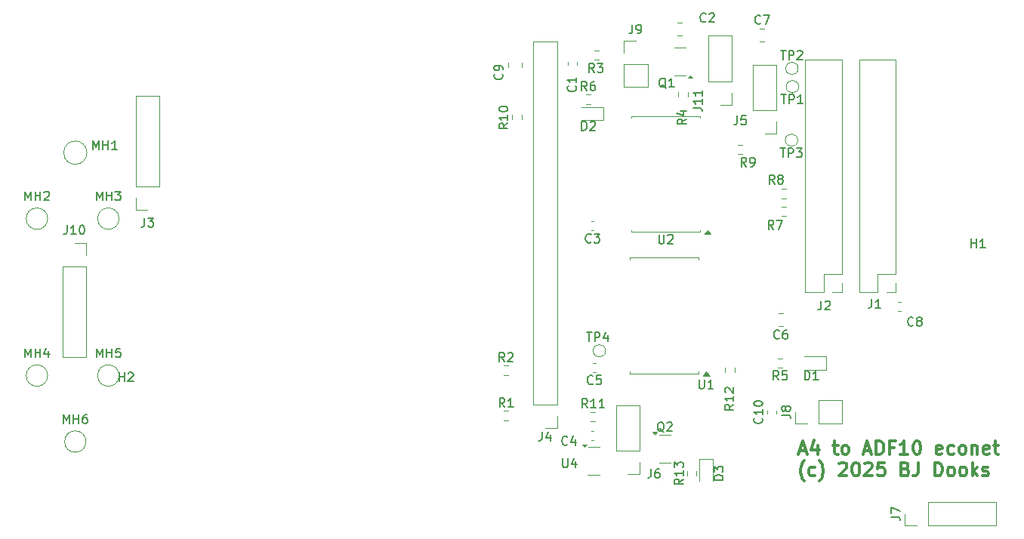
<source format=gbr>
%TF.GenerationSoftware,KiCad,Pcbnew,8.0.8+dfsg-1*%
%TF.CreationDate,2025-02-21T17:29:10+00:00*%
%TF.ProjectId,a4_to_adf10_econet,61345f74-6f5f-4616-9466-31305f65636f,rev?*%
%TF.SameCoordinates,Original*%
%TF.FileFunction,Legend,Top*%
%TF.FilePolarity,Positive*%
%FSLAX46Y46*%
G04 Gerber Fmt 4.6, Leading zero omitted, Abs format (unit mm)*
G04 Created by KiCad (PCBNEW 8.0.8+dfsg-1) date 2025-02-21 17:29:10*
%MOMM*%
%LPD*%
G01*
G04 APERTURE LIST*
%ADD10C,0.300000*%
%ADD11C,0.150000*%
%ADD12C,0.120000*%
G04 APERTURE END LIST*
D10*
X88523082Y-69507341D02*
X89237368Y-69507341D01*
X88380225Y-69935912D02*
X88880225Y-68435912D01*
X88880225Y-68435912D02*
X89380225Y-69935912D01*
X90523082Y-68935912D02*
X90523082Y-69935912D01*
X90165939Y-68364484D02*
X89808796Y-69435912D01*
X89808796Y-69435912D02*
X90737367Y-69435912D01*
X92237367Y-68935912D02*
X92808795Y-68935912D01*
X92451652Y-68435912D02*
X92451652Y-69721626D01*
X92451652Y-69721626D02*
X92523081Y-69864484D01*
X92523081Y-69864484D02*
X92665938Y-69935912D01*
X92665938Y-69935912D02*
X92808795Y-69935912D01*
X93523081Y-69935912D02*
X93380224Y-69864484D01*
X93380224Y-69864484D02*
X93308795Y-69793055D01*
X93308795Y-69793055D02*
X93237367Y-69650198D01*
X93237367Y-69650198D02*
X93237367Y-69221626D01*
X93237367Y-69221626D02*
X93308795Y-69078769D01*
X93308795Y-69078769D02*
X93380224Y-69007341D01*
X93380224Y-69007341D02*
X93523081Y-68935912D01*
X93523081Y-68935912D02*
X93737367Y-68935912D01*
X93737367Y-68935912D02*
X93880224Y-69007341D01*
X93880224Y-69007341D02*
X93951653Y-69078769D01*
X93951653Y-69078769D02*
X94023081Y-69221626D01*
X94023081Y-69221626D02*
X94023081Y-69650198D01*
X94023081Y-69650198D02*
X93951653Y-69793055D01*
X93951653Y-69793055D02*
X93880224Y-69864484D01*
X93880224Y-69864484D02*
X93737367Y-69935912D01*
X93737367Y-69935912D02*
X93523081Y-69935912D01*
X95737367Y-69507341D02*
X96451653Y-69507341D01*
X95594510Y-69935912D02*
X96094510Y-68435912D01*
X96094510Y-68435912D02*
X96594510Y-69935912D01*
X97094509Y-69935912D02*
X97094509Y-68435912D01*
X97094509Y-68435912D02*
X97451652Y-68435912D01*
X97451652Y-68435912D02*
X97665938Y-68507341D01*
X97665938Y-68507341D02*
X97808795Y-68650198D01*
X97808795Y-68650198D02*
X97880224Y-68793055D01*
X97880224Y-68793055D02*
X97951652Y-69078769D01*
X97951652Y-69078769D02*
X97951652Y-69293055D01*
X97951652Y-69293055D02*
X97880224Y-69578769D01*
X97880224Y-69578769D02*
X97808795Y-69721626D01*
X97808795Y-69721626D02*
X97665938Y-69864484D01*
X97665938Y-69864484D02*
X97451652Y-69935912D01*
X97451652Y-69935912D02*
X97094509Y-69935912D01*
X99094509Y-69150198D02*
X98594509Y-69150198D01*
X98594509Y-69935912D02*
X98594509Y-68435912D01*
X98594509Y-68435912D02*
X99308795Y-68435912D01*
X100665938Y-69935912D02*
X99808795Y-69935912D01*
X100237366Y-69935912D02*
X100237366Y-68435912D01*
X100237366Y-68435912D02*
X100094509Y-68650198D01*
X100094509Y-68650198D02*
X99951652Y-68793055D01*
X99951652Y-68793055D02*
X99808795Y-68864484D01*
X101594509Y-68435912D02*
X101737366Y-68435912D01*
X101737366Y-68435912D02*
X101880223Y-68507341D01*
X101880223Y-68507341D02*
X101951652Y-68578769D01*
X101951652Y-68578769D02*
X102023080Y-68721626D01*
X102023080Y-68721626D02*
X102094509Y-69007341D01*
X102094509Y-69007341D02*
X102094509Y-69364484D01*
X102094509Y-69364484D02*
X102023080Y-69650198D01*
X102023080Y-69650198D02*
X101951652Y-69793055D01*
X101951652Y-69793055D02*
X101880223Y-69864484D01*
X101880223Y-69864484D02*
X101737366Y-69935912D01*
X101737366Y-69935912D02*
X101594509Y-69935912D01*
X101594509Y-69935912D02*
X101451652Y-69864484D01*
X101451652Y-69864484D02*
X101380223Y-69793055D01*
X101380223Y-69793055D02*
X101308794Y-69650198D01*
X101308794Y-69650198D02*
X101237366Y-69364484D01*
X101237366Y-69364484D02*
X101237366Y-69007341D01*
X101237366Y-69007341D02*
X101308794Y-68721626D01*
X101308794Y-68721626D02*
X101380223Y-68578769D01*
X101380223Y-68578769D02*
X101451652Y-68507341D01*
X101451652Y-68507341D02*
X101594509Y-68435912D01*
X104451651Y-69864484D02*
X104308794Y-69935912D01*
X104308794Y-69935912D02*
X104023080Y-69935912D01*
X104023080Y-69935912D02*
X103880222Y-69864484D01*
X103880222Y-69864484D02*
X103808794Y-69721626D01*
X103808794Y-69721626D02*
X103808794Y-69150198D01*
X103808794Y-69150198D02*
X103880222Y-69007341D01*
X103880222Y-69007341D02*
X104023080Y-68935912D01*
X104023080Y-68935912D02*
X104308794Y-68935912D01*
X104308794Y-68935912D02*
X104451651Y-69007341D01*
X104451651Y-69007341D02*
X104523080Y-69150198D01*
X104523080Y-69150198D02*
X104523080Y-69293055D01*
X104523080Y-69293055D02*
X103808794Y-69435912D01*
X105808794Y-69864484D02*
X105665936Y-69935912D01*
X105665936Y-69935912D02*
X105380222Y-69935912D01*
X105380222Y-69935912D02*
X105237365Y-69864484D01*
X105237365Y-69864484D02*
X105165936Y-69793055D01*
X105165936Y-69793055D02*
X105094508Y-69650198D01*
X105094508Y-69650198D02*
X105094508Y-69221626D01*
X105094508Y-69221626D02*
X105165936Y-69078769D01*
X105165936Y-69078769D02*
X105237365Y-69007341D01*
X105237365Y-69007341D02*
X105380222Y-68935912D01*
X105380222Y-68935912D02*
X105665936Y-68935912D01*
X105665936Y-68935912D02*
X105808794Y-69007341D01*
X106665936Y-69935912D02*
X106523079Y-69864484D01*
X106523079Y-69864484D02*
X106451650Y-69793055D01*
X106451650Y-69793055D02*
X106380222Y-69650198D01*
X106380222Y-69650198D02*
X106380222Y-69221626D01*
X106380222Y-69221626D02*
X106451650Y-69078769D01*
X106451650Y-69078769D02*
X106523079Y-69007341D01*
X106523079Y-69007341D02*
X106665936Y-68935912D01*
X106665936Y-68935912D02*
X106880222Y-68935912D01*
X106880222Y-68935912D02*
X107023079Y-69007341D01*
X107023079Y-69007341D02*
X107094508Y-69078769D01*
X107094508Y-69078769D02*
X107165936Y-69221626D01*
X107165936Y-69221626D02*
X107165936Y-69650198D01*
X107165936Y-69650198D02*
X107094508Y-69793055D01*
X107094508Y-69793055D02*
X107023079Y-69864484D01*
X107023079Y-69864484D02*
X106880222Y-69935912D01*
X106880222Y-69935912D02*
X106665936Y-69935912D01*
X107808793Y-68935912D02*
X107808793Y-69935912D01*
X107808793Y-69078769D02*
X107880222Y-69007341D01*
X107880222Y-69007341D02*
X108023079Y-68935912D01*
X108023079Y-68935912D02*
X108237365Y-68935912D01*
X108237365Y-68935912D02*
X108380222Y-69007341D01*
X108380222Y-69007341D02*
X108451651Y-69150198D01*
X108451651Y-69150198D02*
X108451651Y-69935912D01*
X109737365Y-69864484D02*
X109594508Y-69935912D01*
X109594508Y-69935912D02*
X109308794Y-69935912D01*
X109308794Y-69935912D02*
X109165936Y-69864484D01*
X109165936Y-69864484D02*
X109094508Y-69721626D01*
X109094508Y-69721626D02*
X109094508Y-69150198D01*
X109094508Y-69150198D02*
X109165936Y-69007341D01*
X109165936Y-69007341D02*
X109308794Y-68935912D01*
X109308794Y-68935912D02*
X109594508Y-68935912D01*
X109594508Y-68935912D02*
X109737365Y-69007341D01*
X109737365Y-69007341D02*
X109808794Y-69150198D01*
X109808794Y-69150198D02*
X109808794Y-69293055D01*
X109808794Y-69293055D02*
X109094508Y-69435912D01*
X110237365Y-68935912D02*
X110808793Y-68935912D01*
X110451650Y-68435912D02*
X110451650Y-69721626D01*
X110451650Y-69721626D02*
X110523079Y-69864484D01*
X110523079Y-69864484D02*
X110665936Y-69935912D01*
X110665936Y-69935912D02*
X110808793Y-69935912D01*
X89023082Y-72922257D02*
X88951653Y-72850828D01*
X88951653Y-72850828D02*
X88808796Y-72636542D01*
X88808796Y-72636542D02*
X88737368Y-72493685D01*
X88737368Y-72493685D02*
X88665939Y-72279400D01*
X88665939Y-72279400D02*
X88594510Y-71922257D01*
X88594510Y-71922257D02*
X88594510Y-71636542D01*
X88594510Y-71636542D02*
X88665939Y-71279400D01*
X88665939Y-71279400D02*
X88737368Y-71065114D01*
X88737368Y-71065114D02*
X88808796Y-70922257D01*
X88808796Y-70922257D02*
X88951653Y-70707971D01*
X88951653Y-70707971D02*
X89023082Y-70636542D01*
X90237368Y-72279400D02*
X90094510Y-72350828D01*
X90094510Y-72350828D02*
X89808796Y-72350828D01*
X89808796Y-72350828D02*
X89665939Y-72279400D01*
X89665939Y-72279400D02*
X89594510Y-72207971D01*
X89594510Y-72207971D02*
X89523082Y-72065114D01*
X89523082Y-72065114D02*
X89523082Y-71636542D01*
X89523082Y-71636542D02*
X89594510Y-71493685D01*
X89594510Y-71493685D02*
X89665939Y-71422257D01*
X89665939Y-71422257D02*
X89808796Y-71350828D01*
X89808796Y-71350828D02*
X90094510Y-71350828D01*
X90094510Y-71350828D02*
X90237368Y-71422257D01*
X90737367Y-72922257D02*
X90808796Y-72850828D01*
X90808796Y-72850828D02*
X90951653Y-72636542D01*
X90951653Y-72636542D02*
X91023082Y-72493685D01*
X91023082Y-72493685D02*
X91094510Y-72279400D01*
X91094510Y-72279400D02*
X91165939Y-71922257D01*
X91165939Y-71922257D02*
X91165939Y-71636542D01*
X91165939Y-71636542D02*
X91094510Y-71279400D01*
X91094510Y-71279400D02*
X91023082Y-71065114D01*
X91023082Y-71065114D02*
X90951653Y-70922257D01*
X90951653Y-70922257D02*
X90808796Y-70707971D01*
X90808796Y-70707971D02*
X90737367Y-70636542D01*
X92951653Y-70993685D02*
X93023081Y-70922257D01*
X93023081Y-70922257D02*
X93165939Y-70850828D01*
X93165939Y-70850828D02*
X93523081Y-70850828D01*
X93523081Y-70850828D02*
X93665939Y-70922257D01*
X93665939Y-70922257D02*
X93737367Y-70993685D01*
X93737367Y-70993685D02*
X93808796Y-71136542D01*
X93808796Y-71136542D02*
X93808796Y-71279400D01*
X93808796Y-71279400D02*
X93737367Y-71493685D01*
X93737367Y-71493685D02*
X92880224Y-72350828D01*
X92880224Y-72350828D02*
X93808796Y-72350828D01*
X94737367Y-70850828D02*
X94880224Y-70850828D01*
X94880224Y-70850828D02*
X95023081Y-70922257D01*
X95023081Y-70922257D02*
X95094510Y-70993685D01*
X95094510Y-70993685D02*
X95165938Y-71136542D01*
X95165938Y-71136542D02*
X95237367Y-71422257D01*
X95237367Y-71422257D02*
X95237367Y-71779400D01*
X95237367Y-71779400D02*
X95165938Y-72065114D01*
X95165938Y-72065114D02*
X95094510Y-72207971D01*
X95094510Y-72207971D02*
X95023081Y-72279400D01*
X95023081Y-72279400D02*
X94880224Y-72350828D01*
X94880224Y-72350828D02*
X94737367Y-72350828D01*
X94737367Y-72350828D02*
X94594510Y-72279400D01*
X94594510Y-72279400D02*
X94523081Y-72207971D01*
X94523081Y-72207971D02*
X94451652Y-72065114D01*
X94451652Y-72065114D02*
X94380224Y-71779400D01*
X94380224Y-71779400D02*
X94380224Y-71422257D01*
X94380224Y-71422257D02*
X94451652Y-71136542D01*
X94451652Y-71136542D02*
X94523081Y-70993685D01*
X94523081Y-70993685D02*
X94594510Y-70922257D01*
X94594510Y-70922257D02*
X94737367Y-70850828D01*
X95808795Y-70993685D02*
X95880223Y-70922257D01*
X95880223Y-70922257D02*
X96023081Y-70850828D01*
X96023081Y-70850828D02*
X96380223Y-70850828D01*
X96380223Y-70850828D02*
X96523081Y-70922257D01*
X96523081Y-70922257D02*
X96594509Y-70993685D01*
X96594509Y-70993685D02*
X96665938Y-71136542D01*
X96665938Y-71136542D02*
X96665938Y-71279400D01*
X96665938Y-71279400D02*
X96594509Y-71493685D01*
X96594509Y-71493685D02*
X95737366Y-72350828D01*
X95737366Y-72350828D02*
X96665938Y-72350828D01*
X98023080Y-70850828D02*
X97308794Y-70850828D01*
X97308794Y-70850828D02*
X97237366Y-71565114D01*
X97237366Y-71565114D02*
X97308794Y-71493685D01*
X97308794Y-71493685D02*
X97451652Y-71422257D01*
X97451652Y-71422257D02*
X97808794Y-71422257D01*
X97808794Y-71422257D02*
X97951652Y-71493685D01*
X97951652Y-71493685D02*
X98023080Y-71565114D01*
X98023080Y-71565114D02*
X98094509Y-71707971D01*
X98094509Y-71707971D02*
X98094509Y-72065114D01*
X98094509Y-72065114D02*
X98023080Y-72207971D01*
X98023080Y-72207971D02*
X97951652Y-72279400D01*
X97951652Y-72279400D02*
X97808794Y-72350828D01*
X97808794Y-72350828D02*
X97451652Y-72350828D01*
X97451652Y-72350828D02*
X97308794Y-72279400D01*
X97308794Y-72279400D02*
X97237366Y-72207971D01*
X100380222Y-71565114D02*
X100594508Y-71636542D01*
X100594508Y-71636542D02*
X100665937Y-71707971D01*
X100665937Y-71707971D02*
X100737365Y-71850828D01*
X100737365Y-71850828D02*
X100737365Y-72065114D01*
X100737365Y-72065114D02*
X100665937Y-72207971D01*
X100665937Y-72207971D02*
X100594508Y-72279400D01*
X100594508Y-72279400D02*
X100451651Y-72350828D01*
X100451651Y-72350828D02*
X99880222Y-72350828D01*
X99880222Y-72350828D02*
X99880222Y-70850828D01*
X99880222Y-70850828D02*
X100380222Y-70850828D01*
X100380222Y-70850828D02*
X100523080Y-70922257D01*
X100523080Y-70922257D02*
X100594508Y-70993685D01*
X100594508Y-70993685D02*
X100665937Y-71136542D01*
X100665937Y-71136542D02*
X100665937Y-71279400D01*
X100665937Y-71279400D02*
X100594508Y-71422257D01*
X100594508Y-71422257D02*
X100523080Y-71493685D01*
X100523080Y-71493685D02*
X100380222Y-71565114D01*
X100380222Y-71565114D02*
X99880222Y-71565114D01*
X101808794Y-70850828D02*
X101808794Y-71922257D01*
X101808794Y-71922257D02*
X101737365Y-72136542D01*
X101737365Y-72136542D02*
X101594508Y-72279400D01*
X101594508Y-72279400D02*
X101380222Y-72350828D01*
X101380222Y-72350828D02*
X101237365Y-72350828D01*
X103665936Y-72350828D02*
X103665936Y-70850828D01*
X103665936Y-70850828D02*
X104023079Y-70850828D01*
X104023079Y-70850828D02*
X104237365Y-70922257D01*
X104237365Y-70922257D02*
X104380222Y-71065114D01*
X104380222Y-71065114D02*
X104451651Y-71207971D01*
X104451651Y-71207971D02*
X104523079Y-71493685D01*
X104523079Y-71493685D02*
X104523079Y-71707971D01*
X104523079Y-71707971D02*
X104451651Y-71993685D01*
X104451651Y-71993685D02*
X104380222Y-72136542D01*
X104380222Y-72136542D02*
X104237365Y-72279400D01*
X104237365Y-72279400D02*
X104023079Y-72350828D01*
X104023079Y-72350828D02*
X103665936Y-72350828D01*
X105380222Y-72350828D02*
X105237365Y-72279400D01*
X105237365Y-72279400D02*
X105165936Y-72207971D01*
X105165936Y-72207971D02*
X105094508Y-72065114D01*
X105094508Y-72065114D02*
X105094508Y-71636542D01*
X105094508Y-71636542D02*
X105165936Y-71493685D01*
X105165936Y-71493685D02*
X105237365Y-71422257D01*
X105237365Y-71422257D02*
X105380222Y-71350828D01*
X105380222Y-71350828D02*
X105594508Y-71350828D01*
X105594508Y-71350828D02*
X105737365Y-71422257D01*
X105737365Y-71422257D02*
X105808794Y-71493685D01*
X105808794Y-71493685D02*
X105880222Y-71636542D01*
X105880222Y-71636542D02*
X105880222Y-72065114D01*
X105880222Y-72065114D02*
X105808794Y-72207971D01*
X105808794Y-72207971D02*
X105737365Y-72279400D01*
X105737365Y-72279400D02*
X105594508Y-72350828D01*
X105594508Y-72350828D02*
X105380222Y-72350828D01*
X106737365Y-72350828D02*
X106594508Y-72279400D01*
X106594508Y-72279400D02*
X106523079Y-72207971D01*
X106523079Y-72207971D02*
X106451651Y-72065114D01*
X106451651Y-72065114D02*
X106451651Y-71636542D01*
X106451651Y-71636542D02*
X106523079Y-71493685D01*
X106523079Y-71493685D02*
X106594508Y-71422257D01*
X106594508Y-71422257D02*
X106737365Y-71350828D01*
X106737365Y-71350828D02*
X106951651Y-71350828D01*
X106951651Y-71350828D02*
X107094508Y-71422257D01*
X107094508Y-71422257D02*
X107165937Y-71493685D01*
X107165937Y-71493685D02*
X107237365Y-71636542D01*
X107237365Y-71636542D02*
X107237365Y-72065114D01*
X107237365Y-72065114D02*
X107165937Y-72207971D01*
X107165937Y-72207971D02*
X107094508Y-72279400D01*
X107094508Y-72279400D02*
X106951651Y-72350828D01*
X106951651Y-72350828D02*
X106737365Y-72350828D01*
X107880222Y-72350828D02*
X107880222Y-70850828D01*
X108023080Y-71779400D02*
X108451651Y-72350828D01*
X108451651Y-71350828D02*
X107880222Y-71922257D01*
X109023080Y-72279400D02*
X109165937Y-72350828D01*
X109165937Y-72350828D02*
X109451651Y-72350828D01*
X109451651Y-72350828D02*
X109594508Y-72279400D01*
X109594508Y-72279400D02*
X109665937Y-72136542D01*
X109665937Y-72136542D02*
X109665937Y-72065114D01*
X109665937Y-72065114D02*
X109594508Y-71922257D01*
X109594508Y-71922257D02*
X109451651Y-71850828D01*
X109451651Y-71850828D02*
X109237366Y-71850828D01*
X109237366Y-71850828D02*
X109094508Y-71779400D01*
X109094508Y-71779400D02*
X109023080Y-71636542D01*
X109023080Y-71636542D02*
X109023080Y-71565114D01*
X109023080Y-71565114D02*
X109094508Y-71422257D01*
X109094508Y-71422257D02*
X109237366Y-71350828D01*
X109237366Y-71350828D02*
X109451651Y-71350828D01*
X109451651Y-71350828D02*
X109594508Y-71422257D01*
D11*
X75454819Y-72712857D02*
X74978628Y-73046190D01*
X75454819Y-73284285D02*
X74454819Y-73284285D01*
X74454819Y-73284285D02*
X74454819Y-72903333D01*
X74454819Y-72903333D02*
X74502438Y-72808095D01*
X74502438Y-72808095D02*
X74550057Y-72760476D01*
X74550057Y-72760476D02*
X74645295Y-72712857D01*
X74645295Y-72712857D02*
X74788152Y-72712857D01*
X74788152Y-72712857D02*
X74883390Y-72760476D01*
X74883390Y-72760476D02*
X74931009Y-72808095D01*
X74931009Y-72808095D02*
X74978628Y-72903333D01*
X74978628Y-72903333D02*
X74978628Y-73284285D01*
X75454819Y-71760476D02*
X75454819Y-72331904D01*
X75454819Y-72046190D02*
X74454819Y-72046190D01*
X74454819Y-72046190D02*
X74597676Y-72141428D01*
X74597676Y-72141428D02*
X74692914Y-72236666D01*
X74692914Y-72236666D02*
X74740533Y-72331904D01*
X74454819Y-71427142D02*
X74454819Y-70808095D01*
X74454819Y-70808095D02*
X74835771Y-71141428D01*
X74835771Y-71141428D02*
X74835771Y-70998571D01*
X74835771Y-70998571D02*
X74883390Y-70903333D01*
X74883390Y-70903333D02*
X74931009Y-70855714D01*
X74931009Y-70855714D02*
X75026247Y-70808095D01*
X75026247Y-70808095D02*
X75264342Y-70808095D01*
X75264342Y-70808095D02*
X75359580Y-70855714D01*
X75359580Y-70855714D02*
X75407200Y-70903333D01*
X75407200Y-70903333D02*
X75454819Y-70998571D01*
X75454819Y-70998571D02*
X75454819Y-71284285D01*
X75454819Y-71284285D02*
X75407200Y-71379523D01*
X75407200Y-71379523D02*
X75359580Y-71427142D01*
X73304761Y-67430057D02*
X73209523Y-67382438D01*
X73209523Y-67382438D02*
X73114285Y-67287200D01*
X73114285Y-67287200D02*
X72971428Y-67144342D01*
X72971428Y-67144342D02*
X72876190Y-67096723D01*
X72876190Y-67096723D02*
X72780952Y-67096723D01*
X72828571Y-67334819D02*
X72733333Y-67287200D01*
X72733333Y-67287200D02*
X72638095Y-67191961D01*
X72638095Y-67191961D02*
X72590476Y-67001485D01*
X72590476Y-67001485D02*
X72590476Y-66668152D01*
X72590476Y-66668152D02*
X72638095Y-66477676D01*
X72638095Y-66477676D02*
X72733333Y-66382438D01*
X72733333Y-66382438D02*
X72828571Y-66334819D01*
X72828571Y-66334819D02*
X73019047Y-66334819D01*
X73019047Y-66334819D02*
X73114285Y-66382438D01*
X73114285Y-66382438D02*
X73209523Y-66477676D01*
X73209523Y-66477676D02*
X73257142Y-66668152D01*
X73257142Y-66668152D02*
X73257142Y-67001485D01*
X73257142Y-67001485D02*
X73209523Y-67191961D01*
X73209523Y-67191961D02*
X73114285Y-67287200D01*
X73114285Y-67287200D02*
X73019047Y-67334819D01*
X73019047Y-67334819D02*
X72828571Y-67334819D01*
X73638095Y-66430057D02*
X73685714Y-66382438D01*
X73685714Y-66382438D02*
X73780952Y-66334819D01*
X73780952Y-66334819D02*
X74019047Y-66334819D01*
X74019047Y-66334819D02*
X74114285Y-66382438D01*
X74114285Y-66382438D02*
X74161904Y-66430057D01*
X74161904Y-66430057D02*
X74209523Y-66525295D01*
X74209523Y-66525295D02*
X74209523Y-66620533D01*
X74209523Y-66620533D02*
X74161904Y-66763390D01*
X74161904Y-66763390D02*
X73590476Y-67334819D01*
X73590476Y-67334819D02*
X74209523Y-67334819D01*
X79914819Y-72813094D02*
X78914819Y-72813094D01*
X78914819Y-72813094D02*
X78914819Y-72574999D01*
X78914819Y-72574999D02*
X78962438Y-72432142D01*
X78962438Y-72432142D02*
X79057676Y-72336904D01*
X79057676Y-72336904D02*
X79152914Y-72289285D01*
X79152914Y-72289285D02*
X79343390Y-72241666D01*
X79343390Y-72241666D02*
X79486247Y-72241666D01*
X79486247Y-72241666D02*
X79676723Y-72289285D01*
X79676723Y-72289285D02*
X79771961Y-72336904D01*
X79771961Y-72336904D02*
X79867200Y-72432142D01*
X79867200Y-72432142D02*
X79914819Y-72574999D01*
X79914819Y-72574999D02*
X79914819Y-72813094D01*
X78914819Y-71908332D02*
X78914819Y-71289285D01*
X78914819Y-71289285D02*
X79295771Y-71622618D01*
X79295771Y-71622618D02*
X79295771Y-71479761D01*
X79295771Y-71479761D02*
X79343390Y-71384523D01*
X79343390Y-71384523D02*
X79391009Y-71336904D01*
X79391009Y-71336904D02*
X79486247Y-71289285D01*
X79486247Y-71289285D02*
X79724342Y-71289285D01*
X79724342Y-71289285D02*
X79819580Y-71336904D01*
X79819580Y-71336904D02*
X79867200Y-71384523D01*
X79867200Y-71384523D02*
X79914819Y-71479761D01*
X79914819Y-71479761D02*
X79914819Y-71765475D01*
X79914819Y-71765475D02*
X79867200Y-71860713D01*
X79867200Y-71860713D02*
X79819580Y-71908332D01*
X84279580Y-65855357D02*
X84327200Y-65902976D01*
X84327200Y-65902976D02*
X84374819Y-66045833D01*
X84374819Y-66045833D02*
X84374819Y-66141071D01*
X84374819Y-66141071D02*
X84327200Y-66283928D01*
X84327200Y-66283928D02*
X84231961Y-66379166D01*
X84231961Y-66379166D02*
X84136723Y-66426785D01*
X84136723Y-66426785D02*
X83946247Y-66474404D01*
X83946247Y-66474404D02*
X83803390Y-66474404D01*
X83803390Y-66474404D02*
X83612914Y-66426785D01*
X83612914Y-66426785D02*
X83517676Y-66379166D01*
X83517676Y-66379166D02*
X83422438Y-66283928D01*
X83422438Y-66283928D02*
X83374819Y-66141071D01*
X83374819Y-66141071D02*
X83374819Y-66045833D01*
X83374819Y-66045833D02*
X83422438Y-65902976D01*
X83422438Y-65902976D02*
X83470057Y-65855357D01*
X84374819Y-64902976D02*
X84374819Y-65474404D01*
X84374819Y-65188690D02*
X83374819Y-65188690D01*
X83374819Y-65188690D02*
X83517676Y-65283928D01*
X83517676Y-65283928D02*
X83612914Y-65379166D01*
X83612914Y-65379166D02*
X83660533Y-65474404D01*
X83374819Y-64283928D02*
X83374819Y-64188690D01*
X83374819Y-64188690D02*
X83422438Y-64093452D01*
X83422438Y-64093452D02*
X83470057Y-64045833D01*
X83470057Y-64045833D02*
X83565295Y-63998214D01*
X83565295Y-63998214D02*
X83755771Y-63950595D01*
X83755771Y-63950595D02*
X83993866Y-63950595D01*
X83993866Y-63950595D02*
X84184342Y-63998214D01*
X84184342Y-63998214D02*
X84279580Y-64045833D01*
X84279580Y-64045833D02*
X84327200Y-64093452D01*
X84327200Y-64093452D02*
X84374819Y-64188690D01*
X84374819Y-64188690D02*
X84374819Y-64283928D01*
X84374819Y-64283928D02*
X84327200Y-64379166D01*
X84327200Y-64379166D02*
X84279580Y-64426785D01*
X84279580Y-64426785D02*
X84184342Y-64474404D01*
X84184342Y-64474404D02*
X83993866Y-64522023D01*
X83993866Y-64522023D02*
X83755771Y-64522023D01*
X83755771Y-64522023D02*
X83565295Y-64474404D01*
X83565295Y-64474404D02*
X83470057Y-64426785D01*
X83470057Y-64426785D02*
X83422438Y-64379166D01*
X83422438Y-64379166D02*
X83374819Y-64283928D01*
X55139580Y-27256666D02*
X55187200Y-27304285D01*
X55187200Y-27304285D02*
X55234819Y-27447142D01*
X55234819Y-27447142D02*
X55234819Y-27542380D01*
X55234819Y-27542380D02*
X55187200Y-27685237D01*
X55187200Y-27685237D02*
X55091961Y-27780475D01*
X55091961Y-27780475D02*
X54996723Y-27828094D01*
X54996723Y-27828094D02*
X54806247Y-27875713D01*
X54806247Y-27875713D02*
X54663390Y-27875713D01*
X54663390Y-27875713D02*
X54472914Y-27828094D01*
X54472914Y-27828094D02*
X54377676Y-27780475D01*
X54377676Y-27780475D02*
X54282438Y-27685237D01*
X54282438Y-27685237D02*
X54234819Y-27542380D01*
X54234819Y-27542380D02*
X54234819Y-27447142D01*
X54234819Y-27447142D02*
X54282438Y-27304285D01*
X54282438Y-27304285D02*
X54330057Y-27256666D01*
X55234819Y-26780475D02*
X55234819Y-26589999D01*
X55234819Y-26589999D02*
X55187200Y-26494761D01*
X55187200Y-26494761D02*
X55139580Y-26447142D01*
X55139580Y-26447142D02*
X54996723Y-26351904D01*
X54996723Y-26351904D02*
X54806247Y-26304285D01*
X54806247Y-26304285D02*
X54425295Y-26304285D01*
X54425295Y-26304285D02*
X54330057Y-26351904D01*
X54330057Y-26351904D02*
X54282438Y-26399523D01*
X54282438Y-26399523D02*
X54234819Y-26494761D01*
X54234819Y-26494761D02*
X54234819Y-26685237D01*
X54234819Y-26685237D02*
X54282438Y-26780475D01*
X54282438Y-26780475D02*
X54330057Y-26828094D01*
X54330057Y-26828094D02*
X54425295Y-26875713D01*
X54425295Y-26875713D02*
X54663390Y-26875713D01*
X54663390Y-26875713D02*
X54758628Y-26828094D01*
X54758628Y-26828094D02*
X54806247Y-26780475D01*
X54806247Y-26780475D02*
X54853866Y-26685237D01*
X54853866Y-26685237D02*
X54853866Y-26494761D01*
X54853866Y-26494761D02*
X54806247Y-26399523D01*
X54806247Y-26399523D02*
X54758628Y-26351904D01*
X54758628Y-26351904D02*
X54663390Y-26304285D01*
X101253333Y-55449580D02*
X101205714Y-55497200D01*
X101205714Y-55497200D02*
X101062857Y-55544819D01*
X101062857Y-55544819D02*
X100967619Y-55544819D01*
X100967619Y-55544819D02*
X100824762Y-55497200D01*
X100824762Y-55497200D02*
X100729524Y-55401961D01*
X100729524Y-55401961D02*
X100681905Y-55306723D01*
X100681905Y-55306723D02*
X100634286Y-55116247D01*
X100634286Y-55116247D02*
X100634286Y-54973390D01*
X100634286Y-54973390D02*
X100681905Y-54782914D01*
X100681905Y-54782914D02*
X100729524Y-54687676D01*
X100729524Y-54687676D02*
X100824762Y-54592438D01*
X100824762Y-54592438D02*
X100967619Y-54544819D01*
X100967619Y-54544819D02*
X101062857Y-54544819D01*
X101062857Y-54544819D02*
X101205714Y-54592438D01*
X101205714Y-54592438D02*
X101253333Y-54640057D01*
X101824762Y-54973390D02*
X101729524Y-54925771D01*
X101729524Y-54925771D02*
X101681905Y-54878152D01*
X101681905Y-54878152D02*
X101634286Y-54782914D01*
X101634286Y-54782914D02*
X101634286Y-54735295D01*
X101634286Y-54735295D02*
X101681905Y-54640057D01*
X101681905Y-54640057D02*
X101729524Y-54592438D01*
X101729524Y-54592438D02*
X101824762Y-54544819D01*
X101824762Y-54544819D02*
X102015238Y-54544819D01*
X102015238Y-54544819D02*
X102110476Y-54592438D01*
X102110476Y-54592438D02*
X102158095Y-54640057D01*
X102158095Y-54640057D02*
X102205714Y-54735295D01*
X102205714Y-54735295D02*
X102205714Y-54782914D01*
X102205714Y-54782914D02*
X102158095Y-54878152D01*
X102158095Y-54878152D02*
X102110476Y-54925771D01*
X102110476Y-54925771D02*
X102015238Y-54973390D01*
X102015238Y-54973390D02*
X101824762Y-54973390D01*
X101824762Y-54973390D02*
X101729524Y-55021009D01*
X101729524Y-55021009D02*
X101681905Y-55068628D01*
X101681905Y-55068628D02*
X101634286Y-55163866D01*
X101634286Y-55163866D02*
X101634286Y-55354342D01*
X101634286Y-55354342D02*
X101681905Y-55449580D01*
X101681905Y-55449580D02*
X101729524Y-55497200D01*
X101729524Y-55497200D02*
X101824762Y-55544819D01*
X101824762Y-55544819D02*
X102015238Y-55544819D01*
X102015238Y-55544819D02*
X102110476Y-55497200D01*
X102110476Y-55497200D02*
X102158095Y-55449580D01*
X102158095Y-55449580D02*
X102205714Y-55354342D01*
X102205714Y-55354342D02*
X102205714Y-55163866D01*
X102205714Y-55163866D02*
X102158095Y-55068628D01*
X102158095Y-55068628D02*
X102110476Y-55021009D01*
X102110476Y-55021009D02*
X102015238Y-54973390D01*
X84105833Y-21589580D02*
X84058214Y-21637200D01*
X84058214Y-21637200D02*
X83915357Y-21684819D01*
X83915357Y-21684819D02*
X83820119Y-21684819D01*
X83820119Y-21684819D02*
X83677262Y-21637200D01*
X83677262Y-21637200D02*
X83582024Y-21541961D01*
X83582024Y-21541961D02*
X83534405Y-21446723D01*
X83534405Y-21446723D02*
X83486786Y-21256247D01*
X83486786Y-21256247D02*
X83486786Y-21113390D01*
X83486786Y-21113390D02*
X83534405Y-20922914D01*
X83534405Y-20922914D02*
X83582024Y-20827676D01*
X83582024Y-20827676D02*
X83677262Y-20732438D01*
X83677262Y-20732438D02*
X83820119Y-20684819D01*
X83820119Y-20684819D02*
X83915357Y-20684819D01*
X83915357Y-20684819D02*
X84058214Y-20732438D01*
X84058214Y-20732438D02*
X84105833Y-20780057D01*
X84439167Y-20684819D02*
X85105833Y-20684819D01*
X85105833Y-20684819D02*
X84677262Y-21684819D01*
X76574819Y-31079523D02*
X77289104Y-31079523D01*
X77289104Y-31079523D02*
X77431961Y-31127142D01*
X77431961Y-31127142D02*
X77527200Y-31222380D01*
X77527200Y-31222380D02*
X77574819Y-31365237D01*
X77574819Y-31365237D02*
X77574819Y-31460475D01*
X77574819Y-30079523D02*
X77574819Y-30650951D01*
X77574819Y-30365237D02*
X76574819Y-30365237D01*
X76574819Y-30365237D02*
X76717676Y-30460475D01*
X76717676Y-30460475D02*
X76812914Y-30555713D01*
X76812914Y-30555713D02*
X76860533Y-30650951D01*
X77574819Y-29127142D02*
X77574819Y-29698570D01*
X77574819Y-29412856D02*
X76574819Y-29412856D01*
X76574819Y-29412856D02*
X76717676Y-29508094D01*
X76717676Y-29508094D02*
X76812914Y-29603332D01*
X76812914Y-29603332D02*
X76860533Y-29698570D01*
X6390476Y-44244819D02*
X6390476Y-44959104D01*
X6390476Y-44959104D02*
X6342857Y-45101961D01*
X6342857Y-45101961D02*
X6247619Y-45197200D01*
X6247619Y-45197200D02*
X6104762Y-45244819D01*
X6104762Y-45244819D02*
X6009524Y-45244819D01*
X7390476Y-45244819D02*
X6819048Y-45244819D01*
X7104762Y-45244819D02*
X7104762Y-44244819D01*
X7104762Y-44244819D02*
X7009524Y-44387676D01*
X7009524Y-44387676D02*
X6914286Y-44482914D01*
X6914286Y-44482914D02*
X6819048Y-44530533D01*
X8009524Y-44244819D02*
X8104762Y-44244819D01*
X8104762Y-44244819D02*
X8200000Y-44292438D01*
X8200000Y-44292438D02*
X8247619Y-44340057D01*
X8247619Y-44340057D02*
X8295238Y-44435295D01*
X8295238Y-44435295D02*
X8342857Y-44625771D01*
X8342857Y-44625771D02*
X8342857Y-44863866D01*
X8342857Y-44863866D02*
X8295238Y-45054342D01*
X8295238Y-45054342D02*
X8247619Y-45149580D01*
X8247619Y-45149580D02*
X8200000Y-45197200D01*
X8200000Y-45197200D02*
X8104762Y-45244819D01*
X8104762Y-45244819D02*
X8009524Y-45244819D01*
X8009524Y-45244819D02*
X7914286Y-45197200D01*
X7914286Y-45197200D02*
X7866667Y-45149580D01*
X7866667Y-45149580D02*
X7819048Y-45054342D01*
X7819048Y-45054342D02*
X7771429Y-44863866D01*
X7771429Y-44863866D02*
X7771429Y-44625771D01*
X7771429Y-44625771D02*
X7819048Y-44435295D01*
X7819048Y-44435295D02*
X7866667Y-44340057D01*
X7866667Y-44340057D02*
X7914286Y-44292438D01*
X7914286Y-44292438D02*
X8009524Y-44244819D01*
X86220833Y-56889580D02*
X86173214Y-56937200D01*
X86173214Y-56937200D02*
X86030357Y-56984819D01*
X86030357Y-56984819D02*
X85935119Y-56984819D01*
X85935119Y-56984819D02*
X85792262Y-56937200D01*
X85792262Y-56937200D02*
X85697024Y-56841961D01*
X85697024Y-56841961D02*
X85649405Y-56746723D01*
X85649405Y-56746723D02*
X85601786Y-56556247D01*
X85601786Y-56556247D02*
X85601786Y-56413390D01*
X85601786Y-56413390D02*
X85649405Y-56222914D01*
X85649405Y-56222914D02*
X85697024Y-56127676D01*
X85697024Y-56127676D02*
X85792262Y-56032438D01*
X85792262Y-56032438D02*
X85935119Y-55984819D01*
X85935119Y-55984819D02*
X86030357Y-55984819D01*
X86030357Y-55984819D02*
X86173214Y-56032438D01*
X86173214Y-56032438D02*
X86220833Y-56080057D01*
X87077976Y-55984819D02*
X86887500Y-55984819D01*
X86887500Y-55984819D02*
X86792262Y-56032438D01*
X86792262Y-56032438D02*
X86744643Y-56080057D01*
X86744643Y-56080057D02*
X86649405Y-56222914D01*
X86649405Y-56222914D02*
X86601786Y-56413390D01*
X86601786Y-56413390D02*
X86601786Y-56794342D01*
X86601786Y-56794342D02*
X86649405Y-56889580D01*
X86649405Y-56889580D02*
X86697024Y-56937200D01*
X86697024Y-56937200D02*
X86792262Y-56984819D01*
X86792262Y-56984819D02*
X86982738Y-56984819D01*
X86982738Y-56984819D02*
X87077976Y-56937200D01*
X87077976Y-56937200D02*
X87125595Y-56889580D01*
X87125595Y-56889580D02*
X87173214Y-56794342D01*
X87173214Y-56794342D02*
X87173214Y-56556247D01*
X87173214Y-56556247D02*
X87125595Y-56461009D01*
X87125595Y-56461009D02*
X87077976Y-56413390D01*
X87077976Y-56413390D02*
X86982738Y-56365771D01*
X86982738Y-56365771D02*
X86792262Y-56365771D01*
X86792262Y-56365771D02*
X86697024Y-56413390D01*
X86697024Y-56413390D02*
X86649405Y-56461009D01*
X86649405Y-56461009D02*
X86601786Y-56556247D01*
X73524761Y-28850057D02*
X73429523Y-28802438D01*
X73429523Y-28802438D02*
X73334285Y-28707200D01*
X73334285Y-28707200D02*
X73191428Y-28564342D01*
X73191428Y-28564342D02*
X73096190Y-28516723D01*
X73096190Y-28516723D02*
X73000952Y-28516723D01*
X73048571Y-28754819D02*
X72953333Y-28707200D01*
X72953333Y-28707200D02*
X72858095Y-28611961D01*
X72858095Y-28611961D02*
X72810476Y-28421485D01*
X72810476Y-28421485D02*
X72810476Y-28088152D01*
X72810476Y-28088152D02*
X72858095Y-27897676D01*
X72858095Y-27897676D02*
X72953333Y-27802438D01*
X72953333Y-27802438D02*
X73048571Y-27754819D01*
X73048571Y-27754819D02*
X73239047Y-27754819D01*
X73239047Y-27754819D02*
X73334285Y-27802438D01*
X73334285Y-27802438D02*
X73429523Y-27897676D01*
X73429523Y-27897676D02*
X73477142Y-28088152D01*
X73477142Y-28088152D02*
X73477142Y-28421485D01*
X73477142Y-28421485D02*
X73429523Y-28611961D01*
X73429523Y-28611961D02*
X73334285Y-28707200D01*
X73334285Y-28707200D02*
X73239047Y-28754819D01*
X73239047Y-28754819D02*
X73048571Y-28754819D01*
X74429523Y-28754819D02*
X73858095Y-28754819D01*
X74143809Y-28754819D02*
X74143809Y-27754819D01*
X74143809Y-27754819D02*
X74048571Y-27897676D01*
X74048571Y-27897676D02*
X73953333Y-27992914D01*
X73953333Y-27992914D02*
X73858095Y-28040533D01*
X69756666Y-21744819D02*
X69756666Y-22459104D01*
X69756666Y-22459104D02*
X69709047Y-22601961D01*
X69709047Y-22601961D02*
X69613809Y-22697200D01*
X69613809Y-22697200D02*
X69470952Y-22744819D01*
X69470952Y-22744819D02*
X69375714Y-22744819D01*
X70280476Y-22744819D02*
X70470952Y-22744819D01*
X70470952Y-22744819D02*
X70566190Y-22697200D01*
X70566190Y-22697200D02*
X70613809Y-22649580D01*
X70613809Y-22649580D02*
X70709047Y-22506723D01*
X70709047Y-22506723D02*
X70756666Y-22316247D01*
X70756666Y-22316247D02*
X70756666Y-21935295D01*
X70756666Y-21935295D02*
X70709047Y-21840057D01*
X70709047Y-21840057D02*
X70661428Y-21792438D01*
X70661428Y-21792438D02*
X70566190Y-21744819D01*
X70566190Y-21744819D02*
X70375714Y-21744819D01*
X70375714Y-21744819D02*
X70280476Y-21792438D01*
X70280476Y-21792438D02*
X70232857Y-21840057D01*
X70232857Y-21840057D02*
X70185238Y-21935295D01*
X70185238Y-21935295D02*
X70185238Y-22173390D01*
X70185238Y-22173390D02*
X70232857Y-22268628D01*
X70232857Y-22268628D02*
X70280476Y-22316247D01*
X70280476Y-22316247D02*
X70375714Y-22363866D01*
X70375714Y-22363866D02*
X70566190Y-22363866D01*
X70566190Y-22363866D02*
X70661428Y-22316247D01*
X70661428Y-22316247D02*
X70709047Y-22268628D01*
X70709047Y-22268628D02*
X70756666Y-22173390D01*
X86489819Y-65513333D02*
X87204104Y-65513333D01*
X87204104Y-65513333D02*
X87346961Y-65560952D01*
X87346961Y-65560952D02*
X87442200Y-65656190D01*
X87442200Y-65656190D02*
X87489819Y-65799047D01*
X87489819Y-65799047D02*
X87489819Y-65894285D01*
X86918390Y-64894285D02*
X86870771Y-64989523D01*
X86870771Y-64989523D02*
X86823152Y-65037142D01*
X86823152Y-65037142D02*
X86727914Y-65084761D01*
X86727914Y-65084761D02*
X86680295Y-65084761D01*
X86680295Y-65084761D02*
X86585057Y-65037142D01*
X86585057Y-65037142D02*
X86537438Y-64989523D01*
X86537438Y-64989523D02*
X86489819Y-64894285D01*
X86489819Y-64894285D02*
X86489819Y-64703809D01*
X86489819Y-64703809D02*
X86537438Y-64608571D01*
X86537438Y-64608571D02*
X86585057Y-64560952D01*
X86585057Y-64560952D02*
X86680295Y-64513333D01*
X86680295Y-64513333D02*
X86727914Y-64513333D01*
X86727914Y-64513333D02*
X86823152Y-64560952D01*
X86823152Y-64560952D02*
X86870771Y-64608571D01*
X86870771Y-64608571D02*
X86918390Y-64703809D01*
X86918390Y-64703809D02*
X86918390Y-64894285D01*
X86918390Y-64894285D02*
X86966009Y-64989523D01*
X86966009Y-64989523D02*
X87013628Y-65037142D01*
X87013628Y-65037142D02*
X87108866Y-65084761D01*
X87108866Y-65084761D02*
X87299342Y-65084761D01*
X87299342Y-65084761D02*
X87394580Y-65037142D01*
X87394580Y-65037142D02*
X87442200Y-64989523D01*
X87442200Y-64989523D02*
X87489819Y-64894285D01*
X87489819Y-64894285D02*
X87489819Y-64703809D01*
X87489819Y-64703809D02*
X87442200Y-64608571D01*
X87442200Y-64608571D02*
X87394580Y-64560952D01*
X87394580Y-64560952D02*
X87299342Y-64513333D01*
X87299342Y-64513333D02*
X87108866Y-64513333D01*
X87108866Y-64513333D02*
X87013628Y-64560952D01*
X87013628Y-64560952D02*
X86966009Y-64608571D01*
X86966009Y-64608571D02*
X86918390Y-64703809D01*
X65333333Y-61989580D02*
X65285714Y-62037200D01*
X65285714Y-62037200D02*
X65142857Y-62084819D01*
X65142857Y-62084819D02*
X65047619Y-62084819D01*
X65047619Y-62084819D02*
X64904762Y-62037200D01*
X64904762Y-62037200D02*
X64809524Y-61941961D01*
X64809524Y-61941961D02*
X64761905Y-61846723D01*
X64761905Y-61846723D02*
X64714286Y-61656247D01*
X64714286Y-61656247D02*
X64714286Y-61513390D01*
X64714286Y-61513390D02*
X64761905Y-61322914D01*
X64761905Y-61322914D02*
X64809524Y-61227676D01*
X64809524Y-61227676D02*
X64904762Y-61132438D01*
X64904762Y-61132438D02*
X65047619Y-61084819D01*
X65047619Y-61084819D02*
X65142857Y-61084819D01*
X65142857Y-61084819D02*
X65285714Y-61132438D01*
X65285714Y-61132438D02*
X65333333Y-61180057D01*
X66238095Y-61084819D02*
X65761905Y-61084819D01*
X65761905Y-61084819D02*
X65714286Y-61561009D01*
X65714286Y-61561009D02*
X65761905Y-61513390D01*
X65761905Y-61513390D02*
X65857143Y-61465771D01*
X65857143Y-61465771D02*
X66095238Y-61465771D01*
X66095238Y-61465771D02*
X66190476Y-61513390D01*
X66190476Y-61513390D02*
X66238095Y-61561009D01*
X66238095Y-61561009D02*
X66285714Y-61656247D01*
X66285714Y-61656247D02*
X66285714Y-61894342D01*
X66285714Y-61894342D02*
X66238095Y-61989580D01*
X66238095Y-61989580D02*
X66190476Y-62037200D01*
X66190476Y-62037200D02*
X66095238Y-62084819D01*
X66095238Y-62084819D02*
X65857143Y-62084819D01*
X65857143Y-62084819D02*
X65761905Y-62037200D01*
X65761905Y-62037200D02*
X65714286Y-61989580D01*
X64707142Y-64724819D02*
X64373809Y-64248628D01*
X64135714Y-64724819D02*
X64135714Y-63724819D01*
X64135714Y-63724819D02*
X64516666Y-63724819D01*
X64516666Y-63724819D02*
X64611904Y-63772438D01*
X64611904Y-63772438D02*
X64659523Y-63820057D01*
X64659523Y-63820057D02*
X64707142Y-63915295D01*
X64707142Y-63915295D02*
X64707142Y-64058152D01*
X64707142Y-64058152D02*
X64659523Y-64153390D01*
X64659523Y-64153390D02*
X64611904Y-64201009D01*
X64611904Y-64201009D02*
X64516666Y-64248628D01*
X64516666Y-64248628D02*
X64135714Y-64248628D01*
X65659523Y-64724819D02*
X65088095Y-64724819D01*
X65373809Y-64724819D02*
X65373809Y-63724819D01*
X65373809Y-63724819D02*
X65278571Y-63867676D01*
X65278571Y-63867676D02*
X65183333Y-63962914D01*
X65183333Y-63962914D02*
X65088095Y-64010533D01*
X66611904Y-64724819D02*
X66040476Y-64724819D01*
X66326190Y-64724819D02*
X66326190Y-63724819D01*
X66326190Y-63724819D02*
X66230952Y-63867676D01*
X66230952Y-63867676D02*
X66135714Y-63962914D01*
X66135714Y-63962914D02*
X66040476Y-64010533D01*
X64086905Y-33584819D02*
X64086905Y-32584819D01*
X64086905Y-32584819D02*
X64325000Y-32584819D01*
X64325000Y-32584819D02*
X64467857Y-32632438D01*
X64467857Y-32632438D02*
X64563095Y-32727676D01*
X64563095Y-32727676D02*
X64610714Y-32822914D01*
X64610714Y-32822914D02*
X64658333Y-33013390D01*
X64658333Y-33013390D02*
X64658333Y-33156247D01*
X64658333Y-33156247D02*
X64610714Y-33346723D01*
X64610714Y-33346723D02*
X64563095Y-33441961D01*
X64563095Y-33441961D02*
X64467857Y-33537200D01*
X64467857Y-33537200D02*
X64325000Y-33584819D01*
X64325000Y-33584819D02*
X64086905Y-33584819D01*
X65039286Y-32680057D02*
X65086905Y-32632438D01*
X65086905Y-32632438D02*
X65182143Y-32584819D01*
X65182143Y-32584819D02*
X65420238Y-32584819D01*
X65420238Y-32584819D02*
X65515476Y-32632438D01*
X65515476Y-32632438D02*
X65563095Y-32680057D01*
X65563095Y-32680057D02*
X65610714Y-32775295D01*
X65610714Y-32775295D02*
X65610714Y-32870533D01*
X65610714Y-32870533D02*
X65563095Y-33013390D01*
X65563095Y-33013390D02*
X64991667Y-33584819D01*
X64991667Y-33584819D02*
X65610714Y-33584819D01*
X61938095Y-70404819D02*
X61938095Y-71214342D01*
X61938095Y-71214342D02*
X61985714Y-71309580D01*
X61985714Y-71309580D02*
X62033333Y-71357200D01*
X62033333Y-71357200D02*
X62128571Y-71404819D01*
X62128571Y-71404819D02*
X62319047Y-71404819D01*
X62319047Y-71404819D02*
X62414285Y-71357200D01*
X62414285Y-71357200D02*
X62461904Y-71309580D01*
X62461904Y-71309580D02*
X62509523Y-71214342D01*
X62509523Y-71214342D02*
X62509523Y-70404819D01*
X63414285Y-70738152D02*
X63414285Y-71404819D01*
X63176190Y-70357200D02*
X62938095Y-71071485D01*
X62938095Y-71071485D02*
X63557142Y-71071485D01*
X55445833Y-64624819D02*
X55112500Y-64148628D01*
X54874405Y-64624819D02*
X54874405Y-63624819D01*
X54874405Y-63624819D02*
X55255357Y-63624819D01*
X55255357Y-63624819D02*
X55350595Y-63672438D01*
X55350595Y-63672438D02*
X55398214Y-63720057D01*
X55398214Y-63720057D02*
X55445833Y-63815295D01*
X55445833Y-63815295D02*
X55445833Y-63958152D01*
X55445833Y-63958152D02*
X55398214Y-64053390D01*
X55398214Y-64053390D02*
X55350595Y-64101009D01*
X55350595Y-64101009D02*
X55255357Y-64148628D01*
X55255357Y-64148628D02*
X54874405Y-64148628D01*
X56398214Y-64624819D02*
X55826786Y-64624819D01*
X56112500Y-64624819D02*
X56112500Y-63624819D01*
X56112500Y-63624819D02*
X56017262Y-63767676D01*
X56017262Y-63767676D02*
X55922024Y-63862914D01*
X55922024Y-63862914D02*
X55826786Y-63910533D01*
X90926666Y-52724819D02*
X90926666Y-53439104D01*
X90926666Y-53439104D02*
X90879047Y-53581961D01*
X90879047Y-53581961D02*
X90783809Y-53677200D01*
X90783809Y-53677200D02*
X90640952Y-53724819D01*
X90640952Y-53724819D02*
X90545714Y-53724819D01*
X91355238Y-52820057D02*
X91402857Y-52772438D01*
X91402857Y-52772438D02*
X91498095Y-52724819D01*
X91498095Y-52724819D02*
X91736190Y-52724819D01*
X91736190Y-52724819D02*
X91831428Y-52772438D01*
X91831428Y-52772438D02*
X91879047Y-52820057D01*
X91879047Y-52820057D02*
X91926666Y-52915295D01*
X91926666Y-52915295D02*
X91926666Y-53010533D01*
X91926666Y-53010533D02*
X91879047Y-53153390D01*
X91879047Y-53153390D02*
X91307619Y-53724819D01*
X91307619Y-53724819D02*
X91926666Y-53724819D01*
X89083155Y-61584819D02*
X89083155Y-60584819D01*
X89083155Y-60584819D02*
X89321250Y-60584819D01*
X89321250Y-60584819D02*
X89464107Y-60632438D01*
X89464107Y-60632438D02*
X89559345Y-60727676D01*
X89559345Y-60727676D02*
X89606964Y-60822914D01*
X89606964Y-60822914D02*
X89654583Y-61013390D01*
X89654583Y-61013390D02*
X89654583Y-61156247D01*
X89654583Y-61156247D02*
X89606964Y-61346723D01*
X89606964Y-61346723D02*
X89559345Y-61441961D01*
X89559345Y-61441961D02*
X89464107Y-61537200D01*
X89464107Y-61537200D02*
X89321250Y-61584819D01*
X89321250Y-61584819D02*
X89083155Y-61584819D01*
X90606964Y-61584819D02*
X90035536Y-61584819D01*
X90321250Y-61584819D02*
X90321250Y-60584819D01*
X90321250Y-60584819D02*
X90226012Y-60727676D01*
X90226012Y-60727676D02*
X90130774Y-60822914D01*
X90130774Y-60822914D02*
X90035536Y-60870533D01*
X9666667Y-59056819D02*
X9666667Y-58056819D01*
X9666667Y-58056819D02*
X10000000Y-58771104D01*
X10000000Y-58771104D02*
X10333333Y-58056819D01*
X10333333Y-58056819D02*
X10333333Y-59056819D01*
X10809524Y-59056819D02*
X10809524Y-58056819D01*
X10809524Y-58533009D02*
X11380952Y-58533009D01*
X11380952Y-59056819D02*
X11380952Y-58056819D01*
X12333333Y-58056819D02*
X11857143Y-58056819D01*
X11857143Y-58056819D02*
X11809524Y-58533009D01*
X11809524Y-58533009D02*
X11857143Y-58485390D01*
X11857143Y-58485390D02*
X11952381Y-58437771D01*
X11952381Y-58437771D02*
X12190476Y-58437771D01*
X12190476Y-58437771D02*
X12285714Y-58485390D01*
X12285714Y-58485390D02*
X12333333Y-58533009D01*
X12333333Y-58533009D02*
X12380952Y-58628247D01*
X12380952Y-58628247D02*
X12380952Y-58866342D01*
X12380952Y-58866342D02*
X12333333Y-58961580D01*
X12333333Y-58961580D02*
X12285714Y-59009200D01*
X12285714Y-59009200D02*
X12190476Y-59056819D01*
X12190476Y-59056819D02*
X11952381Y-59056819D01*
X11952381Y-59056819D02*
X11857143Y-59009200D01*
X11857143Y-59009200D02*
X11809524Y-58961580D01*
X12238095Y-61754819D02*
X12238095Y-60754819D01*
X12238095Y-61231009D02*
X12809523Y-61231009D01*
X12809523Y-61754819D02*
X12809523Y-60754819D01*
X13238095Y-60850057D02*
X13285714Y-60802438D01*
X13285714Y-60802438D02*
X13380952Y-60754819D01*
X13380952Y-60754819D02*
X13619047Y-60754819D01*
X13619047Y-60754819D02*
X13714285Y-60802438D01*
X13714285Y-60802438D02*
X13761904Y-60850057D01*
X13761904Y-60850057D02*
X13809523Y-60945295D01*
X13809523Y-60945295D02*
X13809523Y-61040533D01*
X13809523Y-61040533D02*
X13761904Y-61183390D01*
X13761904Y-61183390D02*
X13190476Y-61754819D01*
X13190476Y-61754819D02*
X13809523Y-61754819D01*
X71846666Y-71574819D02*
X71846666Y-72289104D01*
X71846666Y-72289104D02*
X71799047Y-72431961D01*
X71799047Y-72431961D02*
X71703809Y-72527200D01*
X71703809Y-72527200D02*
X71560952Y-72574819D01*
X71560952Y-72574819D02*
X71465714Y-72574819D01*
X72751428Y-71574819D02*
X72560952Y-71574819D01*
X72560952Y-71574819D02*
X72465714Y-71622438D01*
X72465714Y-71622438D02*
X72418095Y-71670057D01*
X72418095Y-71670057D02*
X72322857Y-71812914D01*
X72322857Y-71812914D02*
X72275238Y-72003390D01*
X72275238Y-72003390D02*
X72275238Y-72384342D01*
X72275238Y-72384342D02*
X72322857Y-72479580D01*
X72322857Y-72479580D02*
X72370476Y-72527200D01*
X72370476Y-72527200D02*
X72465714Y-72574819D01*
X72465714Y-72574819D02*
X72656190Y-72574819D01*
X72656190Y-72574819D02*
X72751428Y-72527200D01*
X72751428Y-72527200D02*
X72799047Y-72479580D01*
X72799047Y-72479580D02*
X72846666Y-72384342D01*
X72846666Y-72384342D02*
X72846666Y-72146247D01*
X72846666Y-72146247D02*
X72799047Y-72051009D01*
X72799047Y-72051009D02*
X72751428Y-72003390D01*
X72751428Y-72003390D02*
X72656190Y-71955771D01*
X72656190Y-71955771D02*
X72465714Y-71955771D01*
X72465714Y-71955771D02*
X72370476Y-72003390D01*
X72370476Y-72003390D02*
X72322857Y-72051009D01*
X72322857Y-72051009D02*
X72275238Y-72146247D01*
X98744819Y-76933333D02*
X99459104Y-76933333D01*
X99459104Y-76933333D02*
X99601961Y-76980952D01*
X99601961Y-76980952D02*
X99697200Y-77076190D01*
X99697200Y-77076190D02*
X99744819Y-77219047D01*
X99744819Y-77219047D02*
X99744819Y-77314285D01*
X98744819Y-76552380D02*
X98744819Y-75885714D01*
X98744819Y-75885714D02*
X99744819Y-76314285D01*
X81104819Y-64342857D02*
X80628628Y-64676190D01*
X81104819Y-64914285D02*
X80104819Y-64914285D01*
X80104819Y-64914285D02*
X80104819Y-64533333D01*
X80104819Y-64533333D02*
X80152438Y-64438095D01*
X80152438Y-64438095D02*
X80200057Y-64390476D01*
X80200057Y-64390476D02*
X80295295Y-64342857D01*
X80295295Y-64342857D02*
X80438152Y-64342857D01*
X80438152Y-64342857D02*
X80533390Y-64390476D01*
X80533390Y-64390476D02*
X80581009Y-64438095D01*
X80581009Y-64438095D02*
X80628628Y-64533333D01*
X80628628Y-64533333D02*
X80628628Y-64914285D01*
X81104819Y-63390476D02*
X81104819Y-63961904D01*
X81104819Y-63676190D02*
X80104819Y-63676190D01*
X80104819Y-63676190D02*
X80247676Y-63771428D01*
X80247676Y-63771428D02*
X80342914Y-63866666D01*
X80342914Y-63866666D02*
X80390533Y-63961904D01*
X80200057Y-63009523D02*
X80152438Y-62961904D01*
X80152438Y-62961904D02*
X80104819Y-62866666D01*
X80104819Y-62866666D02*
X80104819Y-62628571D01*
X80104819Y-62628571D02*
X80152438Y-62533333D01*
X80152438Y-62533333D02*
X80200057Y-62485714D01*
X80200057Y-62485714D02*
X80295295Y-62438095D01*
X80295295Y-62438095D02*
X80390533Y-62438095D01*
X80390533Y-62438095D02*
X80533390Y-62485714D01*
X80533390Y-62485714D02*
X81104819Y-63057142D01*
X81104819Y-63057142D02*
X81104819Y-62438095D01*
X107738095Y-46754819D02*
X107738095Y-45754819D01*
X107738095Y-46231009D02*
X108309523Y-46231009D01*
X108309523Y-46754819D02*
X108309523Y-45754819D01*
X109309523Y-46754819D02*
X108738095Y-46754819D01*
X109023809Y-46754819D02*
X109023809Y-45754819D01*
X109023809Y-45754819D02*
X108928571Y-45897676D01*
X108928571Y-45897676D02*
X108833333Y-45992914D01*
X108833333Y-45992914D02*
X108738095Y-46040533D01*
X55784819Y-32812857D02*
X55308628Y-33146190D01*
X55784819Y-33384285D02*
X54784819Y-33384285D01*
X54784819Y-33384285D02*
X54784819Y-33003333D01*
X54784819Y-33003333D02*
X54832438Y-32908095D01*
X54832438Y-32908095D02*
X54880057Y-32860476D01*
X54880057Y-32860476D02*
X54975295Y-32812857D01*
X54975295Y-32812857D02*
X55118152Y-32812857D01*
X55118152Y-32812857D02*
X55213390Y-32860476D01*
X55213390Y-32860476D02*
X55261009Y-32908095D01*
X55261009Y-32908095D02*
X55308628Y-33003333D01*
X55308628Y-33003333D02*
X55308628Y-33384285D01*
X55784819Y-31860476D02*
X55784819Y-32431904D01*
X55784819Y-32146190D02*
X54784819Y-32146190D01*
X54784819Y-32146190D02*
X54927676Y-32241428D01*
X54927676Y-32241428D02*
X55022914Y-32336666D01*
X55022914Y-32336666D02*
X55070533Y-32431904D01*
X54784819Y-31241428D02*
X54784819Y-31146190D01*
X54784819Y-31146190D02*
X54832438Y-31050952D01*
X54832438Y-31050952D02*
X54880057Y-31003333D01*
X54880057Y-31003333D02*
X54975295Y-30955714D01*
X54975295Y-30955714D02*
X55165771Y-30908095D01*
X55165771Y-30908095D02*
X55403866Y-30908095D01*
X55403866Y-30908095D02*
X55594342Y-30955714D01*
X55594342Y-30955714D02*
X55689580Y-31003333D01*
X55689580Y-31003333D02*
X55737200Y-31050952D01*
X55737200Y-31050952D02*
X55784819Y-31146190D01*
X55784819Y-31146190D02*
X55784819Y-31241428D01*
X55784819Y-31241428D02*
X55737200Y-31336666D01*
X55737200Y-31336666D02*
X55689580Y-31384285D01*
X55689580Y-31384285D02*
X55594342Y-31431904D01*
X55594342Y-31431904D02*
X55403866Y-31479523D01*
X55403866Y-31479523D02*
X55165771Y-31479523D01*
X55165771Y-31479523D02*
X54975295Y-31431904D01*
X54975295Y-31431904D02*
X54880057Y-31384285D01*
X54880057Y-31384285D02*
X54832438Y-31336666D01*
X54832438Y-31336666D02*
X54784819Y-31241428D01*
X72738095Y-45304819D02*
X72738095Y-46114342D01*
X72738095Y-46114342D02*
X72785714Y-46209580D01*
X72785714Y-46209580D02*
X72833333Y-46257200D01*
X72833333Y-46257200D02*
X72928571Y-46304819D01*
X72928571Y-46304819D02*
X73119047Y-46304819D01*
X73119047Y-46304819D02*
X73214285Y-46257200D01*
X73214285Y-46257200D02*
X73261904Y-46209580D01*
X73261904Y-46209580D02*
X73309523Y-46114342D01*
X73309523Y-46114342D02*
X73309523Y-45304819D01*
X73738095Y-45400057D02*
X73785714Y-45352438D01*
X73785714Y-45352438D02*
X73880952Y-45304819D01*
X73880952Y-45304819D02*
X74119047Y-45304819D01*
X74119047Y-45304819D02*
X74214285Y-45352438D01*
X74214285Y-45352438D02*
X74261904Y-45400057D01*
X74261904Y-45400057D02*
X74309523Y-45495295D01*
X74309523Y-45495295D02*
X74309523Y-45590533D01*
X74309523Y-45590533D02*
X74261904Y-45733390D01*
X74261904Y-45733390D02*
X73690476Y-46304819D01*
X73690476Y-46304819D02*
X74309523Y-46304819D01*
X62483333Y-68809580D02*
X62435714Y-68857200D01*
X62435714Y-68857200D02*
X62292857Y-68904819D01*
X62292857Y-68904819D02*
X62197619Y-68904819D01*
X62197619Y-68904819D02*
X62054762Y-68857200D01*
X62054762Y-68857200D02*
X61959524Y-68761961D01*
X61959524Y-68761961D02*
X61911905Y-68666723D01*
X61911905Y-68666723D02*
X61864286Y-68476247D01*
X61864286Y-68476247D02*
X61864286Y-68333390D01*
X61864286Y-68333390D02*
X61911905Y-68142914D01*
X61911905Y-68142914D02*
X61959524Y-68047676D01*
X61959524Y-68047676D02*
X62054762Y-67952438D01*
X62054762Y-67952438D02*
X62197619Y-67904819D01*
X62197619Y-67904819D02*
X62292857Y-67904819D01*
X62292857Y-67904819D02*
X62435714Y-67952438D01*
X62435714Y-67952438D02*
X62483333Y-68000057D01*
X63340476Y-68238152D02*
X63340476Y-68904819D01*
X63102381Y-67857200D02*
X62864286Y-68571485D01*
X62864286Y-68571485D02*
X63483333Y-68571485D01*
X96596666Y-52524819D02*
X96596666Y-53239104D01*
X96596666Y-53239104D02*
X96549047Y-53381961D01*
X96549047Y-53381961D02*
X96453809Y-53477200D01*
X96453809Y-53477200D02*
X96310952Y-53524819D01*
X96310952Y-53524819D02*
X96215714Y-53524819D01*
X97596666Y-53524819D02*
X97025238Y-53524819D01*
X97310952Y-53524819D02*
X97310952Y-52524819D01*
X97310952Y-52524819D02*
X97215714Y-52667676D01*
X97215714Y-52667676D02*
X97120476Y-52762914D01*
X97120476Y-52762914D02*
X97025238Y-52810533D01*
X64658333Y-29124819D02*
X64325000Y-28648628D01*
X64086905Y-29124819D02*
X64086905Y-28124819D01*
X64086905Y-28124819D02*
X64467857Y-28124819D01*
X64467857Y-28124819D02*
X64563095Y-28172438D01*
X64563095Y-28172438D02*
X64610714Y-28220057D01*
X64610714Y-28220057D02*
X64658333Y-28315295D01*
X64658333Y-28315295D02*
X64658333Y-28458152D01*
X64658333Y-28458152D02*
X64610714Y-28553390D01*
X64610714Y-28553390D02*
X64563095Y-28601009D01*
X64563095Y-28601009D02*
X64467857Y-28648628D01*
X64467857Y-28648628D02*
X64086905Y-28648628D01*
X65515476Y-28124819D02*
X65325000Y-28124819D01*
X65325000Y-28124819D02*
X65229762Y-28172438D01*
X65229762Y-28172438D02*
X65182143Y-28220057D01*
X65182143Y-28220057D02*
X65086905Y-28362914D01*
X65086905Y-28362914D02*
X65039286Y-28553390D01*
X65039286Y-28553390D02*
X65039286Y-28934342D01*
X65039286Y-28934342D02*
X65086905Y-29029580D01*
X65086905Y-29029580D02*
X65134524Y-29077200D01*
X65134524Y-29077200D02*
X65229762Y-29124819D01*
X65229762Y-29124819D02*
X65420238Y-29124819D01*
X65420238Y-29124819D02*
X65515476Y-29077200D01*
X65515476Y-29077200D02*
X65563095Y-29029580D01*
X65563095Y-29029580D02*
X65610714Y-28934342D01*
X65610714Y-28934342D02*
X65610714Y-28696247D01*
X65610714Y-28696247D02*
X65563095Y-28601009D01*
X65563095Y-28601009D02*
X65515476Y-28553390D01*
X65515476Y-28553390D02*
X65420238Y-28505771D01*
X65420238Y-28505771D02*
X65229762Y-28505771D01*
X65229762Y-28505771D02*
X65134524Y-28553390D01*
X65134524Y-28553390D02*
X65086905Y-28601009D01*
X65086905Y-28601009D02*
X65039286Y-28696247D01*
X1666667Y-41456819D02*
X1666667Y-40456819D01*
X1666667Y-40456819D02*
X2000000Y-41171104D01*
X2000000Y-41171104D02*
X2333333Y-40456819D01*
X2333333Y-40456819D02*
X2333333Y-41456819D01*
X2809524Y-41456819D02*
X2809524Y-40456819D01*
X2809524Y-40933009D02*
X3380952Y-40933009D01*
X3380952Y-41456819D02*
X3380952Y-40456819D01*
X3809524Y-40552057D02*
X3857143Y-40504438D01*
X3857143Y-40504438D02*
X3952381Y-40456819D01*
X3952381Y-40456819D02*
X4190476Y-40456819D01*
X4190476Y-40456819D02*
X4285714Y-40504438D01*
X4285714Y-40504438D02*
X4333333Y-40552057D01*
X4333333Y-40552057D02*
X4380952Y-40647295D01*
X4380952Y-40647295D02*
X4380952Y-40742533D01*
X4380952Y-40742533D02*
X4333333Y-40885390D01*
X4333333Y-40885390D02*
X3761905Y-41456819D01*
X3761905Y-41456819D02*
X4380952Y-41456819D01*
X75804819Y-32316666D02*
X75328628Y-32649999D01*
X75804819Y-32888094D02*
X74804819Y-32888094D01*
X74804819Y-32888094D02*
X74804819Y-32507142D01*
X74804819Y-32507142D02*
X74852438Y-32411904D01*
X74852438Y-32411904D02*
X74900057Y-32364285D01*
X74900057Y-32364285D02*
X74995295Y-32316666D01*
X74995295Y-32316666D02*
X75138152Y-32316666D01*
X75138152Y-32316666D02*
X75233390Y-32364285D01*
X75233390Y-32364285D02*
X75281009Y-32411904D01*
X75281009Y-32411904D02*
X75328628Y-32507142D01*
X75328628Y-32507142D02*
X75328628Y-32888094D01*
X75138152Y-31459523D02*
X75804819Y-31459523D01*
X74757200Y-31697618D02*
X75471485Y-31935713D01*
X75471485Y-31935713D02*
X75471485Y-31316666D01*
X86438095Y-29602819D02*
X87009523Y-29602819D01*
X86723809Y-30602819D02*
X86723809Y-29602819D01*
X87342857Y-30602819D02*
X87342857Y-29602819D01*
X87342857Y-29602819D02*
X87723809Y-29602819D01*
X87723809Y-29602819D02*
X87819047Y-29650438D01*
X87819047Y-29650438D02*
X87866666Y-29698057D01*
X87866666Y-29698057D02*
X87914285Y-29793295D01*
X87914285Y-29793295D02*
X87914285Y-29936152D01*
X87914285Y-29936152D02*
X87866666Y-30031390D01*
X87866666Y-30031390D02*
X87819047Y-30079009D01*
X87819047Y-30079009D02*
X87723809Y-30126628D01*
X87723809Y-30126628D02*
X87342857Y-30126628D01*
X88866666Y-30602819D02*
X88295238Y-30602819D01*
X88580952Y-30602819D02*
X88580952Y-29602819D01*
X88580952Y-29602819D02*
X88485714Y-29745676D01*
X88485714Y-29745676D02*
X88390476Y-29840914D01*
X88390476Y-29840914D02*
X88295238Y-29888533D01*
X1666667Y-59056819D02*
X1666667Y-58056819D01*
X1666667Y-58056819D02*
X2000000Y-58771104D01*
X2000000Y-58771104D02*
X2333333Y-58056819D01*
X2333333Y-58056819D02*
X2333333Y-59056819D01*
X2809524Y-59056819D02*
X2809524Y-58056819D01*
X2809524Y-58533009D02*
X3380952Y-58533009D01*
X3380952Y-59056819D02*
X3380952Y-58056819D01*
X4285714Y-58390152D02*
X4285714Y-59056819D01*
X4047619Y-58009200D02*
X3809524Y-58723485D01*
X3809524Y-58723485D02*
X4428571Y-58723485D01*
X9666667Y-41456819D02*
X9666667Y-40456819D01*
X9666667Y-40456819D02*
X10000000Y-41171104D01*
X10000000Y-41171104D02*
X10333333Y-40456819D01*
X10333333Y-40456819D02*
X10333333Y-41456819D01*
X10809524Y-41456819D02*
X10809524Y-40456819D01*
X10809524Y-40933009D02*
X11380952Y-40933009D01*
X11380952Y-41456819D02*
X11380952Y-40456819D01*
X11761905Y-40456819D02*
X12380952Y-40456819D01*
X12380952Y-40456819D02*
X12047619Y-40837771D01*
X12047619Y-40837771D02*
X12190476Y-40837771D01*
X12190476Y-40837771D02*
X12285714Y-40885390D01*
X12285714Y-40885390D02*
X12333333Y-40933009D01*
X12333333Y-40933009D02*
X12380952Y-41028247D01*
X12380952Y-41028247D02*
X12380952Y-41266342D01*
X12380952Y-41266342D02*
X12333333Y-41361580D01*
X12333333Y-41361580D02*
X12285714Y-41409200D01*
X12285714Y-41409200D02*
X12190476Y-41456819D01*
X12190476Y-41456819D02*
X11904762Y-41456819D01*
X11904762Y-41456819D02*
X11809524Y-41409200D01*
X11809524Y-41409200D02*
X11761905Y-41361580D01*
X85683333Y-39604819D02*
X85350000Y-39128628D01*
X85111905Y-39604819D02*
X85111905Y-38604819D01*
X85111905Y-38604819D02*
X85492857Y-38604819D01*
X85492857Y-38604819D02*
X85588095Y-38652438D01*
X85588095Y-38652438D02*
X85635714Y-38700057D01*
X85635714Y-38700057D02*
X85683333Y-38795295D01*
X85683333Y-38795295D02*
X85683333Y-38938152D01*
X85683333Y-38938152D02*
X85635714Y-39033390D01*
X85635714Y-39033390D02*
X85588095Y-39081009D01*
X85588095Y-39081009D02*
X85492857Y-39128628D01*
X85492857Y-39128628D02*
X85111905Y-39128628D01*
X86254762Y-39033390D02*
X86159524Y-38985771D01*
X86159524Y-38985771D02*
X86111905Y-38938152D01*
X86111905Y-38938152D02*
X86064286Y-38842914D01*
X86064286Y-38842914D02*
X86064286Y-38795295D01*
X86064286Y-38795295D02*
X86111905Y-38700057D01*
X86111905Y-38700057D02*
X86159524Y-38652438D01*
X86159524Y-38652438D02*
X86254762Y-38604819D01*
X86254762Y-38604819D02*
X86445238Y-38604819D01*
X86445238Y-38604819D02*
X86540476Y-38652438D01*
X86540476Y-38652438D02*
X86588095Y-38700057D01*
X86588095Y-38700057D02*
X86635714Y-38795295D01*
X86635714Y-38795295D02*
X86635714Y-38842914D01*
X86635714Y-38842914D02*
X86588095Y-38938152D01*
X86588095Y-38938152D02*
X86540476Y-38985771D01*
X86540476Y-38985771D02*
X86445238Y-39033390D01*
X86445238Y-39033390D02*
X86254762Y-39033390D01*
X86254762Y-39033390D02*
X86159524Y-39081009D01*
X86159524Y-39081009D02*
X86111905Y-39128628D01*
X86111905Y-39128628D02*
X86064286Y-39223866D01*
X86064286Y-39223866D02*
X86064286Y-39414342D01*
X86064286Y-39414342D02*
X86111905Y-39509580D01*
X86111905Y-39509580D02*
X86159524Y-39557200D01*
X86159524Y-39557200D02*
X86254762Y-39604819D01*
X86254762Y-39604819D02*
X86445238Y-39604819D01*
X86445238Y-39604819D02*
X86540476Y-39557200D01*
X86540476Y-39557200D02*
X86588095Y-39509580D01*
X86588095Y-39509580D02*
X86635714Y-39414342D01*
X86635714Y-39414342D02*
X86635714Y-39223866D01*
X86635714Y-39223866D02*
X86588095Y-39128628D01*
X86588095Y-39128628D02*
X86540476Y-39081009D01*
X86540476Y-39081009D02*
X86445238Y-39033390D01*
X77238095Y-61554819D02*
X77238095Y-62364342D01*
X77238095Y-62364342D02*
X77285714Y-62459580D01*
X77285714Y-62459580D02*
X77333333Y-62507200D01*
X77333333Y-62507200D02*
X77428571Y-62554819D01*
X77428571Y-62554819D02*
X77619047Y-62554819D01*
X77619047Y-62554819D02*
X77714285Y-62507200D01*
X77714285Y-62507200D02*
X77761904Y-62459580D01*
X77761904Y-62459580D02*
X77809523Y-62364342D01*
X77809523Y-62364342D02*
X77809523Y-61554819D01*
X78809523Y-62554819D02*
X78238095Y-62554819D01*
X78523809Y-62554819D02*
X78523809Y-61554819D01*
X78523809Y-61554819D02*
X78428571Y-61697676D01*
X78428571Y-61697676D02*
X78333333Y-61792914D01*
X78333333Y-61792914D02*
X78238095Y-61840533D01*
X77983333Y-21359580D02*
X77935714Y-21407200D01*
X77935714Y-21407200D02*
X77792857Y-21454819D01*
X77792857Y-21454819D02*
X77697619Y-21454819D01*
X77697619Y-21454819D02*
X77554762Y-21407200D01*
X77554762Y-21407200D02*
X77459524Y-21311961D01*
X77459524Y-21311961D02*
X77411905Y-21216723D01*
X77411905Y-21216723D02*
X77364286Y-21026247D01*
X77364286Y-21026247D02*
X77364286Y-20883390D01*
X77364286Y-20883390D02*
X77411905Y-20692914D01*
X77411905Y-20692914D02*
X77459524Y-20597676D01*
X77459524Y-20597676D02*
X77554762Y-20502438D01*
X77554762Y-20502438D02*
X77697619Y-20454819D01*
X77697619Y-20454819D02*
X77792857Y-20454819D01*
X77792857Y-20454819D02*
X77935714Y-20502438D01*
X77935714Y-20502438D02*
X77983333Y-20550057D01*
X78364286Y-20550057D02*
X78411905Y-20502438D01*
X78411905Y-20502438D02*
X78507143Y-20454819D01*
X78507143Y-20454819D02*
X78745238Y-20454819D01*
X78745238Y-20454819D02*
X78840476Y-20502438D01*
X78840476Y-20502438D02*
X78888095Y-20550057D01*
X78888095Y-20550057D02*
X78935714Y-20645295D01*
X78935714Y-20645295D02*
X78935714Y-20740533D01*
X78935714Y-20740533D02*
X78888095Y-20883390D01*
X78888095Y-20883390D02*
X78316667Y-21454819D01*
X78316667Y-21454819D02*
X78935714Y-21454819D01*
X59646666Y-67414819D02*
X59646666Y-68129104D01*
X59646666Y-68129104D02*
X59599047Y-68271961D01*
X59599047Y-68271961D02*
X59503809Y-68367200D01*
X59503809Y-68367200D02*
X59360952Y-68414819D01*
X59360952Y-68414819D02*
X59265714Y-68414819D01*
X60551428Y-67748152D02*
X60551428Y-68414819D01*
X60313333Y-67367200D02*
X60075238Y-68081485D01*
X60075238Y-68081485D02*
X60694285Y-68081485D01*
X9266667Y-35754819D02*
X9266667Y-34754819D01*
X9266667Y-34754819D02*
X9600000Y-35469104D01*
X9600000Y-35469104D02*
X9933333Y-34754819D01*
X9933333Y-34754819D02*
X9933333Y-35754819D01*
X10409524Y-35754819D02*
X10409524Y-34754819D01*
X10409524Y-35231009D02*
X10980952Y-35231009D01*
X10980952Y-35754819D02*
X10980952Y-34754819D01*
X11980952Y-35754819D02*
X11409524Y-35754819D01*
X11695238Y-35754819D02*
X11695238Y-34754819D01*
X11695238Y-34754819D02*
X11600000Y-34897676D01*
X11600000Y-34897676D02*
X11504762Y-34992914D01*
X11504762Y-34992914D02*
X11409524Y-35040533D01*
X82533333Y-37654819D02*
X82200000Y-37178628D01*
X81961905Y-37654819D02*
X81961905Y-36654819D01*
X81961905Y-36654819D02*
X82342857Y-36654819D01*
X82342857Y-36654819D02*
X82438095Y-36702438D01*
X82438095Y-36702438D02*
X82485714Y-36750057D01*
X82485714Y-36750057D02*
X82533333Y-36845295D01*
X82533333Y-36845295D02*
X82533333Y-36988152D01*
X82533333Y-36988152D02*
X82485714Y-37083390D01*
X82485714Y-37083390D02*
X82438095Y-37131009D01*
X82438095Y-37131009D02*
X82342857Y-37178628D01*
X82342857Y-37178628D02*
X81961905Y-37178628D01*
X83009524Y-37654819D02*
X83200000Y-37654819D01*
X83200000Y-37654819D02*
X83295238Y-37607200D01*
X83295238Y-37607200D02*
X83342857Y-37559580D01*
X83342857Y-37559580D02*
X83438095Y-37416723D01*
X83438095Y-37416723D02*
X83485714Y-37226247D01*
X83485714Y-37226247D02*
X83485714Y-36845295D01*
X83485714Y-36845295D02*
X83438095Y-36750057D01*
X83438095Y-36750057D02*
X83390476Y-36702438D01*
X83390476Y-36702438D02*
X83295238Y-36654819D01*
X83295238Y-36654819D02*
X83104762Y-36654819D01*
X83104762Y-36654819D02*
X83009524Y-36702438D01*
X83009524Y-36702438D02*
X82961905Y-36750057D01*
X82961905Y-36750057D02*
X82914286Y-36845295D01*
X82914286Y-36845295D02*
X82914286Y-37083390D01*
X82914286Y-37083390D02*
X82961905Y-37178628D01*
X82961905Y-37178628D02*
X83009524Y-37226247D01*
X83009524Y-37226247D02*
X83104762Y-37273866D01*
X83104762Y-37273866D02*
X83295238Y-37273866D01*
X83295238Y-37273866D02*
X83390476Y-37226247D01*
X83390476Y-37226247D02*
X83438095Y-37178628D01*
X83438095Y-37178628D02*
X83485714Y-37083390D01*
X85583333Y-44694819D02*
X85250000Y-44218628D01*
X85011905Y-44694819D02*
X85011905Y-43694819D01*
X85011905Y-43694819D02*
X85392857Y-43694819D01*
X85392857Y-43694819D02*
X85488095Y-43742438D01*
X85488095Y-43742438D02*
X85535714Y-43790057D01*
X85535714Y-43790057D02*
X85583333Y-43885295D01*
X85583333Y-43885295D02*
X85583333Y-44028152D01*
X85583333Y-44028152D02*
X85535714Y-44123390D01*
X85535714Y-44123390D02*
X85488095Y-44171009D01*
X85488095Y-44171009D02*
X85392857Y-44218628D01*
X85392857Y-44218628D02*
X85011905Y-44218628D01*
X85916667Y-43694819D02*
X86583333Y-43694819D01*
X86583333Y-43694819D02*
X86154762Y-44694819D01*
X65483333Y-27104819D02*
X65150000Y-26628628D01*
X64911905Y-27104819D02*
X64911905Y-26104819D01*
X64911905Y-26104819D02*
X65292857Y-26104819D01*
X65292857Y-26104819D02*
X65388095Y-26152438D01*
X65388095Y-26152438D02*
X65435714Y-26200057D01*
X65435714Y-26200057D02*
X65483333Y-26295295D01*
X65483333Y-26295295D02*
X65483333Y-26438152D01*
X65483333Y-26438152D02*
X65435714Y-26533390D01*
X65435714Y-26533390D02*
X65388095Y-26581009D01*
X65388095Y-26581009D02*
X65292857Y-26628628D01*
X65292857Y-26628628D02*
X64911905Y-26628628D01*
X65816667Y-26104819D02*
X66435714Y-26104819D01*
X66435714Y-26104819D02*
X66102381Y-26485771D01*
X66102381Y-26485771D02*
X66245238Y-26485771D01*
X66245238Y-26485771D02*
X66340476Y-26533390D01*
X66340476Y-26533390D02*
X66388095Y-26581009D01*
X66388095Y-26581009D02*
X66435714Y-26676247D01*
X66435714Y-26676247D02*
X66435714Y-26914342D01*
X66435714Y-26914342D02*
X66388095Y-27009580D01*
X66388095Y-27009580D02*
X66340476Y-27057200D01*
X66340476Y-27057200D02*
X66245238Y-27104819D01*
X66245238Y-27104819D02*
X65959524Y-27104819D01*
X65959524Y-27104819D02*
X65864286Y-27057200D01*
X65864286Y-27057200D02*
X65816667Y-27009580D01*
X55420833Y-59524819D02*
X55087500Y-59048628D01*
X54849405Y-59524819D02*
X54849405Y-58524819D01*
X54849405Y-58524819D02*
X55230357Y-58524819D01*
X55230357Y-58524819D02*
X55325595Y-58572438D01*
X55325595Y-58572438D02*
X55373214Y-58620057D01*
X55373214Y-58620057D02*
X55420833Y-58715295D01*
X55420833Y-58715295D02*
X55420833Y-58858152D01*
X55420833Y-58858152D02*
X55373214Y-58953390D01*
X55373214Y-58953390D02*
X55325595Y-59001009D01*
X55325595Y-59001009D02*
X55230357Y-59048628D01*
X55230357Y-59048628D02*
X54849405Y-59048628D01*
X55801786Y-58620057D02*
X55849405Y-58572438D01*
X55849405Y-58572438D02*
X55944643Y-58524819D01*
X55944643Y-58524819D02*
X56182738Y-58524819D01*
X56182738Y-58524819D02*
X56277976Y-58572438D01*
X56277976Y-58572438D02*
X56325595Y-58620057D01*
X56325595Y-58620057D02*
X56373214Y-58715295D01*
X56373214Y-58715295D02*
X56373214Y-58810533D01*
X56373214Y-58810533D02*
X56325595Y-58953390D01*
X56325595Y-58953390D02*
X55754167Y-59524819D01*
X55754167Y-59524819D02*
X56373214Y-59524819D01*
X64638095Y-56264819D02*
X65209523Y-56264819D01*
X64923809Y-57264819D02*
X64923809Y-56264819D01*
X65542857Y-57264819D02*
X65542857Y-56264819D01*
X65542857Y-56264819D02*
X65923809Y-56264819D01*
X65923809Y-56264819D02*
X66019047Y-56312438D01*
X66019047Y-56312438D02*
X66066666Y-56360057D01*
X66066666Y-56360057D02*
X66114285Y-56455295D01*
X66114285Y-56455295D02*
X66114285Y-56598152D01*
X66114285Y-56598152D02*
X66066666Y-56693390D01*
X66066666Y-56693390D02*
X66019047Y-56741009D01*
X66019047Y-56741009D02*
X65923809Y-56788628D01*
X65923809Y-56788628D02*
X65542857Y-56788628D01*
X66971428Y-56598152D02*
X66971428Y-57264819D01*
X66733333Y-56217200D02*
X66495238Y-56931485D01*
X66495238Y-56931485D02*
X67114285Y-56931485D01*
X81516666Y-31954819D02*
X81516666Y-32669104D01*
X81516666Y-32669104D02*
X81469047Y-32811961D01*
X81469047Y-32811961D02*
X81373809Y-32907200D01*
X81373809Y-32907200D02*
X81230952Y-32954819D01*
X81230952Y-32954819D02*
X81135714Y-32954819D01*
X82469047Y-31954819D02*
X81992857Y-31954819D01*
X81992857Y-31954819D02*
X81945238Y-32431009D01*
X81945238Y-32431009D02*
X81992857Y-32383390D01*
X81992857Y-32383390D02*
X82088095Y-32335771D01*
X82088095Y-32335771D02*
X82326190Y-32335771D01*
X82326190Y-32335771D02*
X82421428Y-32383390D01*
X82421428Y-32383390D02*
X82469047Y-32431009D01*
X82469047Y-32431009D02*
X82516666Y-32526247D01*
X82516666Y-32526247D02*
X82516666Y-32764342D01*
X82516666Y-32764342D02*
X82469047Y-32859580D01*
X82469047Y-32859580D02*
X82421428Y-32907200D01*
X82421428Y-32907200D02*
X82326190Y-32954819D01*
X82326190Y-32954819D02*
X82088095Y-32954819D01*
X82088095Y-32954819D02*
X81992857Y-32907200D01*
X81992857Y-32907200D02*
X81945238Y-32859580D01*
X5966667Y-66456819D02*
X5966667Y-65456819D01*
X5966667Y-65456819D02*
X6300000Y-66171104D01*
X6300000Y-66171104D02*
X6633333Y-65456819D01*
X6633333Y-65456819D02*
X6633333Y-66456819D01*
X7109524Y-66456819D02*
X7109524Y-65456819D01*
X7109524Y-65933009D02*
X7680952Y-65933009D01*
X7680952Y-66456819D02*
X7680952Y-65456819D01*
X8585714Y-65456819D02*
X8395238Y-65456819D01*
X8395238Y-65456819D02*
X8300000Y-65504438D01*
X8300000Y-65504438D02*
X8252381Y-65552057D01*
X8252381Y-65552057D02*
X8157143Y-65694914D01*
X8157143Y-65694914D02*
X8109524Y-65885390D01*
X8109524Y-65885390D02*
X8109524Y-66266342D01*
X8109524Y-66266342D02*
X8157143Y-66361580D01*
X8157143Y-66361580D02*
X8204762Y-66409200D01*
X8204762Y-66409200D02*
X8300000Y-66456819D01*
X8300000Y-66456819D02*
X8490476Y-66456819D01*
X8490476Y-66456819D02*
X8585714Y-66409200D01*
X8585714Y-66409200D02*
X8633333Y-66361580D01*
X8633333Y-66361580D02*
X8680952Y-66266342D01*
X8680952Y-66266342D02*
X8680952Y-66028247D01*
X8680952Y-66028247D02*
X8633333Y-65933009D01*
X8633333Y-65933009D02*
X8585714Y-65885390D01*
X8585714Y-65885390D02*
X8490476Y-65837771D01*
X8490476Y-65837771D02*
X8300000Y-65837771D01*
X8300000Y-65837771D02*
X8204762Y-65885390D01*
X8204762Y-65885390D02*
X8157143Y-65933009D01*
X8157143Y-65933009D02*
X8109524Y-66028247D01*
X86338095Y-35602819D02*
X86909523Y-35602819D01*
X86623809Y-36602819D02*
X86623809Y-35602819D01*
X87242857Y-36602819D02*
X87242857Y-35602819D01*
X87242857Y-35602819D02*
X87623809Y-35602819D01*
X87623809Y-35602819D02*
X87719047Y-35650438D01*
X87719047Y-35650438D02*
X87766666Y-35698057D01*
X87766666Y-35698057D02*
X87814285Y-35793295D01*
X87814285Y-35793295D02*
X87814285Y-35936152D01*
X87814285Y-35936152D02*
X87766666Y-36031390D01*
X87766666Y-36031390D02*
X87719047Y-36079009D01*
X87719047Y-36079009D02*
X87623809Y-36126628D01*
X87623809Y-36126628D02*
X87242857Y-36126628D01*
X88147619Y-35602819D02*
X88766666Y-35602819D01*
X88766666Y-35602819D02*
X88433333Y-35983771D01*
X88433333Y-35983771D02*
X88576190Y-35983771D01*
X88576190Y-35983771D02*
X88671428Y-36031390D01*
X88671428Y-36031390D02*
X88719047Y-36079009D01*
X88719047Y-36079009D02*
X88766666Y-36174247D01*
X88766666Y-36174247D02*
X88766666Y-36412342D01*
X88766666Y-36412342D02*
X88719047Y-36507580D01*
X88719047Y-36507580D02*
X88671428Y-36555200D01*
X88671428Y-36555200D02*
X88576190Y-36602819D01*
X88576190Y-36602819D02*
X88290476Y-36602819D01*
X88290476Y-36602819D02*
X88195238Y-36555200D01*
X88195238Y-36555200D02*
X88147619Y-36507580D01*
X65133333Y-46109580D02*
X65085714Y-46157200D01*
X65085714Y-46157200D02*
X64942857Y-46204819D01*
X64942857Y-46204819D02*
X64847619Y-46204819D01*
X64847619Y-46204819D02*
X64704762Y-46157200D01*
X64704762Y-46157200D02*
X64609524Y-46061961D01*
X64609524Y-46061961D02*
X64561905Y-45966723D01*
X64561905Y-45966723D02*
X64514286Y-45776247D01*
X64514286Y-45776247D02*
X64514286Y-45633390D01*
X64514286Y-45633390D02*
X64561905Y-45442914D01*
X64561905Y-45442914D02*
X64609524Y-45347676D01*
X64609524Y-45347676D02*
X64704762Y-45252438D01*
X64704762Y-45252438D02*
X64847619Y-45204819D01*
X64847619Y-45204819D02*
X64942857Y-45204819D01*
X64942857Y-45204819D02*
X65085714Y-45252438D01*
X65085714Y-45252438D02*
X65133333Y-45300057D01*
X65466667Y-45204819D02*
X66085714Y-45204819D01*
X66085714Y-45204819D02*
X65752381Y-45585771D01*
X65752381Y-45585771D02*
X65895238Y-45585771D01*
X65895238Y-45585771D02*
X65990476Y-45633390D01*
X65990476Y-45633390D02*
X66038095Y-45681009D01*
X66038095Y-45681009D02*
X66085714Y-45776247D01*
X66085714Y-45776247D02*
X66085714Y-46014342D01*
X66085714Y-46014342D02*
X66038095Y-46109580D01*
X66038095Y-46109580D02*
X65990476Y-46157200D01*
X65990476Y-46157200D02*
X65895238Y-46204819D01*
X65895238Y-46204819D02*
X65609524Y-46204819D01*
X65609524Y-46204819D02*
X65514286Y-46157200D01*
X65514286Y-46157200D02*
X65466667Y-46109580D01*
X63379580Y-28616666D02*
X63427200Y-28664285D01*
X63427200Y-28664285D02*
X63474819Y-28807142D01*
X63474819Y-28807142D02*
X63474819Y-28902380D01*
X63474819Y-28902380D02*
X63427200Y-29045237D01*
X63427200Y-29045237D02*
X63331961Y-29140475D01*
X63331961Y-29140475D02*
X63236723Y-29188094D01*
X63236723Y-29188094D02*
X63046247Y-29235713D01*
X63046247Y-29235713D02*
X62903390Y-29235713D01*
X62903390Y-29235713D02*
X62712914Y-29188094D01*
X62712914Y-29188094D02*
X62617676Y-29140475D01*
X62617676Y-29140475D02*
X62522438Y-29045237D01*
X62522438Y-29045237D02*
X62474819Y-28902380D01*
X62474819Y-28902380D02*
X62474819Y-28807142D01*
X62474819Y-28807142D02*
X62522438Y-28664285D01*
X62522438Y-28664285D02*
X62570057Y-28616666D01*
X63474819Y-27664285D02*
X63474819Y-28235713D01*
X63474819Y-27949999D02*
X62474819Y-27949999D01*
X62474819Y-27949999D02*
X62617676Y-28045237D01*
X62617676Y-28045237D02*
X62712914Y-28140475D01*
X62712914Y-28140475D02*
X62760533Y-28235713D01*
X86154583Y-61584819D02*
X85821250Y-61108628D01*
X85583155Y-61584819D02*
X85583155Y-60584819D01*
X85583155Y-60584819D02*
X85964107Y-60584819D01*
X85964107Y-60584819D02*
X86059345Y-60632438D01*
X86059345Y-60632438D02*
X86106964Y-60680057D01*
X86106964Y-60680057D02*
X86154583Y-60775295D01*
X86154583Y-60775295D02*
X86154583Y-60918152D01*
X86154583Y-60918152D02*
X86106964Y-61013390D01*
X86106964Y-61013390D02*
X86059345Y-61061009D01*
X86059345Y-61061009D02*
X85964107Y-61108628D01*
X85964107Y-61108628D02*
X85583155Y-61108628D01*
X87059345Y-60584819D02*
X86583155Y-60584819D01*
X86583155Y-60584819D02*
X86535536Y-61061009D01*
X86535536Y-61061009D02*
X86583155Y-61013390D01*
X86583155Y-61013390D02*
X86678393Y-60965771D01*
X86678393Y-60965771D02*
X86916488Y-60965771D01*
X86916488Y-60965771D02*
X87011726Y-61013390D01*
X87011726Y-61013390D02*
X87059345Y-61061009D01*
X87059345Y-61061009D02*
X87106964Y-61156247D01*
X87106964Y-61156247D02*
X87106964Y-61394342D01*
X87106964Y-61394342D02*
X87059345Y-61489580D01*
X87059345Y-61489580D02*
X87011726Y-61537200D01*
X87011726Y-61537200D02*
X86916488Y-61584819D01*
X86916488Y-61584819D02*
X86678393Y-61584819D01*
X86678393Y-61584819D02*
X86583155Y-61537200D01*
X86583155Y-61537200D02*
X86535536Y-61489580D01*
X15066666Y-43424819D02*
X15066666Y-44139104D01*
X15066666Y-44139104D02*
X15019047Y-44281961D01*
X15019047Y-44281961D02*
X14923809Y-44377200D01*
X14923809Y-44377200D02*
X14780952Y-44424819D01*
X14780952Y-44424819D02*
X14685714Y-44424819D01*
X15447619Y-43424819D02*
X16066666Y-43424819D01*
X16066666Y-43424819D02*
X15733333Y-43805771D01*
X15733333Y-43805771D02*
X15876190Y-43805771D01*
X15876190Y-43805771D02*
X15971428Y-43853390D01*
X15971428Y-43853390D02*
X16019047Y-43901009D01*
X16019047Y-43901009D02*
X16066666Y-43996247D01*
X16066666Y-43996247D02*
X16066666Y-44234342D01*
X16066666Y-44234342D02*
X16019047Y-44329580D01*
X16019047Y-44329580D02*
X15971428Y-44377200D01*
X15971428Y-44377200D02*
X15876190Y-44424819D01*
X15876190Y-44424819D02*
X15590476Y-44424819D01*
X15590476Y-44424819D02*
X15495238Y-44377200D01*
X15495238Y-44377200D02*
X15447619Y-44329580D01*
X86388095Y-24656819D02*
X86959523Y-24656819D01*
X86673809Y-25656819D02*
X86673809Y-24656819D01*
X87292857Y-25656819D02*
X87292857Y-24656819D01*
X87292857Y-24656819D02*
X87673809Y-24656819D01*
X87673809Y-24656819D02*
X87769047Y-24704438D01*
X87769047Y-24704438D02*
X87816666Y-24752057D01*
X87816666Y-24752057D02*
X87864285Y-24847295D01*
X87864285Y-24847295D02*
X87864285Y-24990152D01*
X87864285Y-24990152D02*
X87816666Y-25085390D01*
X87816666Y-25085390D02*
X87769047Y-25133009D01*
X87769047Y-25133009D02*
X87673809Y-25180628D01*
X87673809Y-25180628D02*
X87292857Y-25180628D01*
X88245238Y-24752057D02*
X88292857Y-24704438D01*
X88292857Y-24704438D02*
X88388095Y-24656819D01*
X88388095Y-24656819D02*
X88626190Y-24656819D01*
X88626190Y-24656819D02*
X88721428Y-24704438D01*
X88721428Y-24704438D02*
X88769047Y-24752057D01*
X88769047Y-24752057D02*
X88816666Y-24847295D01*
X88816666Y-24847295D02*
X88816666Y-24942533D01*
X88816666Y-24942533D02*
X88769047Y-25085390D01*
X88769047Y-25085390D02*
X88197619Y-25656819D01*
X88197619Y-25656819D02*
X88816666Y-25656819D01*
D12*
%TO.C,R13*%
X75907500Y-72324724D02*
X75907500Y-71815276D01*
X76952500Y-72324724D02*
X76952500Y-71815276D01*
%TO.C,Q2*%
X73400000Y-67720000D02*
X72750000Y-67720000D01*
X73400000Y-67720000D02*
X74050000Y-67720000D01*
X73400000Y-70840000D02*
X72750000Y-70840000D01*
X73400000Y-70840000D02*
X74050000Y-70840000D01*
X72237500Y-67770000D02*
X71997500Y-67440000D01*
X72477500Y-67440000D01*
X72237500Y-67770000D01*
G36*
X72237500Y-67770000D02*
G01*
X71997500Y-67440000D01*
X72477500Y-67440000D01*
X72237500Y-67770000D01*
G37*
%TO.C,D3*%
X78765000Y-72875000D02*
X78765000Y-70415000D01*
X77295000Y-70415000D02*
X77295000Y-72875000D01*
X78765000Y-70415000D02*
X77295000Y-70415000D01*
%TO.C,C10*%
X84840000Y-65358767D02*
X84840000Y-65066233D01*
X85860000Y-65358767D02*
X85860000Y-65066233D01*
%TO.C,C9*%
X57335000Y-25988748D02*
X57335000Y-26511252D01*
X55865000Y-25988748D02*
X55865000Y-26511252D01*
%TO.C,C8*%
X99531233Y-52860000D02*
X99823767Y-52860000D01*
X99531233Y-53880000D02*
X99823767Y-53880000D01*
%TO.C,C7*%
X84011248Y-22175000D02*
X84533752Y-22175000D01*
X84011248Y-23645000D02*
X84533752Y-23645000D01*
%TO.C,J11*%
X78270000Y-28130000D02*
X78270000Y-22990000D01*
X80930000Y-22990000D02*
X78270000Y-22990000D01*
X80930000Y-28130000D02*
X78270000Y-28130000D01*
X80930000Y-28130000D02*
X80930000Y-22990000D01*
X80930000Y-29400000D02*
X80930000Y-30730000D01*
X80930000Y-30730000D02*
X79600000Y-30730000D01*
%TO.C,J10*%
X5870000Y-48830000D02*
X5870000Y-59050000D01*
X5870000Y-48830000D02*
X8530000Y-48830000D01*
X5870000Y-59050000D02*
X8530000Y-59050000D01*
X7200000Y-46230000D02*
X8530000Y-46230000D01*
X8530000Y-46230000D02*
X8530000Y-47560000D01*
X8530000Y-48830000D02*
X8530000Y-59050000D01*
%TO.C,C6*%
X86648752Y-55585000D02*
X86126248Y-55585000D01*
X86648752Y-54115000D02*
X86126248Y-54115000D01*
%TO.C,Q1*%
X76490000Y-27740000D02*
X76010000Y-27740000D01*
X76250000Y-27410000D01*
X76490000Y-27740000D01*
G36*
X76490000Y-27740000D02*
G01*
X76010000Y-27740000D01*
X76250000Y-27410000D01*
X76490000Y-27740000D01*
G37*
X75087500Y-24340000D02*
X74437500Y-24340000D01*
X75087500Y-24340000D02*
X75737500Y-24340000D01*
X75087500Y-27460000D02*
X74437500Y-27460000D01*
X75087500Y-27460000D02*
X75737500Y-27460000D01*
%TO.C,J9*%
X68820000Y-23545000D02*
X70150000Y-23545000D01*
X68820000Y-24875000D02*
X68820000Y-23545000D01*
X68820000Y-26145000D02*
X68820000Y-28745000D01*
X68820000Y-26145000D02*
X71480000Y-26145000D01*
X68820000Y-28745000D02*
X71480000Y-28745000D01*
X71480000Y-26145000D02*
X71480000Y-28745000D01*
%TO.C,J8*%
X90635000Y-63850000D02*
X93235000Y-63850000D01*
X93235000Y-66510000D02*
X93235000Y-63850000D01*
X90635000Y-66510000D02*
X90635000Y-63850000D01*
X90635000Y-66510000D02*
X93235000Y-66510000D01*
X89365000Y-66510000D02*
X88035000Y-66510000D01*
X88035000Y-66510000D02*
X88035000Y-65180000D01*
%TO.C,C5*%
X65646267Y-60710000D02*
X65353733Y-60710000D01*
X65646267Y-59690000D02*
X65353733Y-59690000D01*
%TO.C,R11*%
X65095276Y-66222500D02*
X65604724Y-66222500D01*
X65095276Y-65177500D02*
X65604724Y-65177500D01*
%TO.C,D2*%
X66485000Y-32435000D02*
X66485000Y-30965000D01*
X66485000Y-30965000D02*
X64025000Y-30965000D01*
X64025000Y-32435000D02*
X66485000Y-32435000D01*
%TO.C,U4*%
X64750000Y-72210000D02*
X66050000Y-72210000D01*
X66050000Y-69090000D02*
X64780000Y-69090000D01*
X64400000Y-69140000D02*
X64160000Y-68810000D01*
X64640000Y-68810000D01*
X64400000Y-69140000D01*
G36*
X64400000Y-69140000D02*
G01*
X64160000Y-68810000D01*
X64640000Y-68810000D01*
X64400000Y-69140000D01*
G37*
%TO.C,R1*%
X55357776Y-65077500D02*
X55867224Y-65077500D01*
X55357776Y-66122500D02*
X55867224Y-66122500D01*
%TO.C,J2*%
X89140000Y-51760000D02*
X89140000Y-25640000D01*
X91200000Y-49700000D02*
X91200000Y-51760000D01*
X91200000Y-51760000D02*
X89140000Y-51760000D01*
X93260000Y-25640000D02*
X89140000Y-25640000D01*
X93260000Y-49700000D02*
X91200000Y-49700000D01*
X93260000Y-49700000D02*
X93260000Y-25640000D01*
X93260000Y-50700000D02*
X93260000Y-51760000D01*
X93260000Y-51760000D02*
X92200000Y-51760000D01*
%TO.C,D1*%
X91481250Y-60435000D02*
X91481250Y-58965000D01*
X91481250Y-58965000D02*
X89021250Y-58965000D01*
X89021250Y-60435000D02*
X91481250Y-60435000D01*
%TO.C,MH5*%
X12200000Y-61100000D02*
G75*
G02*
X9800000Y-61100000I-1200000J0D01*
G01*
X9800000Y-61100000D02*
G75*
G02*
X12200000Y-61100000I1200000J0D01*
G01*
%TO.C,J6*%
X67920000Y-69560000D02*
X67920000Y-64420000D01*
X70580000Y-64420000D02*
X67920000Y-64420000D01*
X70580000Y-69560000D02*
X67920000Y-69560000D01*
X70580000Y-69560000D02*
X70580000Y-64420000D01*
X70580000Y-70830000D02*
X70580000Y-72160000D01*
X70580000Y-72160000D02*
X69250000Y-72160000D01*
%TO.C,J7*%
X100290000Y-77930000D02*
X100290000Y-76600000D01*
X101620000Y-77930000D02*
X100290000Y-77930000D01*
X102890000Y-75270000D02*
X110570000Y-75270000D01*
X102890000Y-77930000D02*
X102890000Y-75270000D01*
X102890000Y-77930000D02*
X110570000Y-77930000D01*
X110570000Y-77930000D02*
X110570000Y-75270000D01*
%TO.C,R12*%
X80177500Y-60754724D02*
X80177500Y-60245276D01*
X81222500Y-60754724D02*
X81222500Y-60245276D01*
%TO.C,R10*%
X57332500Y-31882776D02*
X57332500Y-32392224D01*
X56287500Y-31882776D02*
X56287500Y-32392224D01*
%TO.C,U2*%
X77360000Y-45010000D02*
X77360000Y-44775000D01*
X77360000Y-31990000D02*
X77360000Y-32225000D01*
X73500000Y-45010000D02*
X77360000Y-45010000D01*
X73500000Y-45010000D02*
X69640000Y-45010000D01*
X73500000Y-31990000D02*
X77360000Y-31990000D01*
X73500000Y-31990000D02*
X69640000Y-31990000D01*
X69640000Y-45010000D02*
X69640000Y-44775000D01*
X69640000Y-31990000D02*
X69640000Y-32225000D01*
X78552500Y-45245000D02*
X77872500Y-45245000D01*
X78212500Y-44775000D01*
X78552500Y-45245000D01*
G36*
X78552500Y-45245000D02*
G01*
X77872500Y-45245000D01*
X78212500Y-44775000D01*
X78552500Y-45245000D01*
G37*
%TO.C,C4*%
X65446267Y-67340000D02*
X65153733Y-67340000D01*
X65446267Y-68360000D02*
X65153733Y-68360000D01*
%TO.C,J1*%
X99310000Y-51760000D02*
X98250000Y-51760000D01*
X99310000Y-50700000D02*
X99310000Y-51760000D01*
X99310000Y-49700000D02*
X99310000Y-25640000D01*
X99310000Y-49700000D02*
X97250000Y-49700000D01*
X99310000Y-25640000D02*
X95190000Y-25640000D01*
X97250000Y-51760000D02*
X95190000Y-51760000D01*
X97250000Y-49700000D02*
X97250000Y-51760000D01*
X95190000Y-51760000D02*
X95190000Y-25640000D01*
%TO.C,R6*%
X64570276Y-29577500D02*
X65079724Y-29577500D01*
X64570276Y-30622500D02*
X65079724Y-30622500D01*
%TO.C,MH2*%
X4200000Y-43500000D02*
G75*
G02*
X1800000Y-43500000I-1200000J0D01*
G01*
X1800000Y-43500000D02*
G75*
G02*
X4200000Y-43500000I1200000J0D01*
G01*
%TO.C,R4*%
X74927500Y-29804724D02*
X74927500Y-29295276D01*
X75972500Y-29804724D02*
X75972500Y-29295276D01*
%TO.C,TP1*%
X88400000Y-28700000D02*
G75*
G02*
X87000000Y-28700000I-700000J0D01*
G01*
X87000000Y-28700000D02*
G75*
G02*
X88400000Y-28700000I700000J0D01*
G01*
%TO.C,MH4*%
X4200000Y-61100000D02*
G75*
G02*
X1800000Y-61100000I-1200000J0D01*
G01*
X1800000Y-61100000D02*
G75*
G02*
X4200000Y-61100000I1200000J0D01*
G01*
%TO.C,MH3*%
X12200000Y-43500000D02*
G75*
G02*
X9800000Y-43500000I-1200000J0D01*
G01*
X9800000Y-43500000D02*
G75*
G02*
X12200000Y-43500000I1200000J0D01*
G01*
%TO.C,R8*%
X86954724Y-41222500D02*
X86445276Y-41222500D01*
X86954724Y-40177500D02*
X86445276Y-40177500D01*
%TO.C,U1*%
X78402500Y-61120000D02*
X77722500Y-61120000D01*
X78062500Y-60650000D01*
X78402500Y-61120000D01*
G36*
X78402500Y-61120000D02*
G01*
X77722500Y-61120000D01*
X78062500Y-60650000D01*
X78402500Y-61120000D01*
G37*
X69490000Y-47865000D02*
X69490000Y-48100000D01*
X69490000Y-60885000D02*
X69490000Y-60650000D01*
X73350000Y-47865000D02*
X69490000Y-47865000D01*
X73350000Y-47865000D02*
X77210000Y-47865000D01*
X73350000Y-60885000D02*
X69490000Y-60885000D01*
X73350000Y-60885000D02*
X77210000Y-60885000D01*
X77210000Y-47865000D02*
X77210000Y-48100000D01*
X77210000Y-60885000D02*
X77210000Y-60650000D01*
%TO.C,C2*%
X74763748Y-22975000D02*
X75286252Y-22975000D01*
X74763748Y-21505000D02*
X75286252Y-21505000D01*
%TO.C,J4*%
X58650000Y-64360000D02*
X58650000Y-23660000D01*
X61310000Y-23660000D02*
X58650000Y-23660000D01*
X61310000Y-64360000D02*
X58650000Y-64360000D01*
X61310000Y-64360000D02*
X61310000Y-23660000D01*
X61310000Y-65630000D02*
X61310000Y-66960000D01*
X61310000Y-66960000D02*
X59980000Y-66960000D01*
%TO.C,MH1*%
X8600000Y-36100000D02*
G75*
G02*
X6000000Y-36100000I-1300000J0D01*
G01*
X6000000Y-36100000D02*
G75*
G02*
X8600000Y-36100000I1300000J0D01*
G01*
%TO.C,R9*%
X82104724Y-36272500D02*
X81595276Y-36272500D01*
X82104724Y-35227500D02*
X81595276Y-35227500D01*
%TO.C,R7*%
X86954724Y-43222500D02*
X86445276Y-43222500D01*
X86954724Y-42177500D02*
X86445276Y-42177500D01*
%TO.C,R3*%
X66029724Y-25692500D02*
X65520276Y-25692500D01*
X66029724Y-24647500D02*
X65520276Y-24647500D01*
%TO.C,R2*%
X55332776Y-59977500D02*
X55842224Y-59977500D01*
X55332776Y-61022500D02*
X55842224Y-61022500D01*
%TO.C,TP4*%
X66760000Y-58320000D02*
G75*
G02*
X65360000Y-58320000I-700000J0D01*
G01*
X65360000Y-58320000D02*
G75*
G02*
X66760000Y-58320000I700000J0D01*
G01*
%TO.C,J5*%
X85930000Y-33970000D02*
X84600000Y-33970000D01*
X85930000Y-32640000D02*
X85930000Y-33970000D01*
X85930000Y-31370000D02*
X85930000Y-26230000D01*
X85930000Y-31370000D02*
X83270000Y-31370000D01*
X85930000Y-26230000D02*
X83270000Y-26230000D01*
X83270000Y-31370000D02*
X83270000Y-26230000D01*
%TO.C,MH6*%
X8500000Y-68500000D02*
G75*
G02*
X6100000Y-68500000I-1200000J0D01*
G01*
X6100000Y-68500000D02*
G75*
G02*
X8500000Y-68500000I1200000J0D01*
G01*
%TO.C,TP3*%
X88300000Y-34700000D02*
G75*
G02*
X86900000Y-34700000I-700000J0D01*
G01*
X86900000Y-34700000D02*
G75*
G02*
X88300000Y-34700000I700000J0D01*
G01*
%TO.C,C3*%
X65446267Y-44830000D02*
X65153733Y-44830000D01*
X65446267Y-43810000D02*
X65153733Y-43810000D01*
%TO.C,C1*%
X63510000Y-25953733D02*
X63510000Y-26246267D01*
X62490000Y-25953733D02*
X62490000Y-26246267D01*
%TO.C,R5*%
X86575974Y-60222500D02*
X86066526Y-60222500D01*
X86575974Y-59177500D02*
X86066526Y-59177500D01*
%TO.C,J3*%
X16730000Y-39930000D02*
X16730000Y-29710000D01*
X16730000Y-39930000D02*
X14070000Y-39930000D01*
X16730000Y-29710000D02*
X14070000Y-29710000D01*
X15400000Y-42530000D02*
X14070000Y-42530000D01*
X14070000Y-42530000D02*
X14070000Y-41200000D01*
X14070000Y-39930000D02*
X14070000Y-29710000D01*
%TO.C,TP2*%
X88350000Y-26650000D02*
G75*
G02*
X86950000Y-26650000I-700000J0D01*
G01*
X86950000Y-26650000D02*
G75*
G02*
X88350000Y-26650000I700000J0D01*
G01*
%TD*%
M02*

</source>
